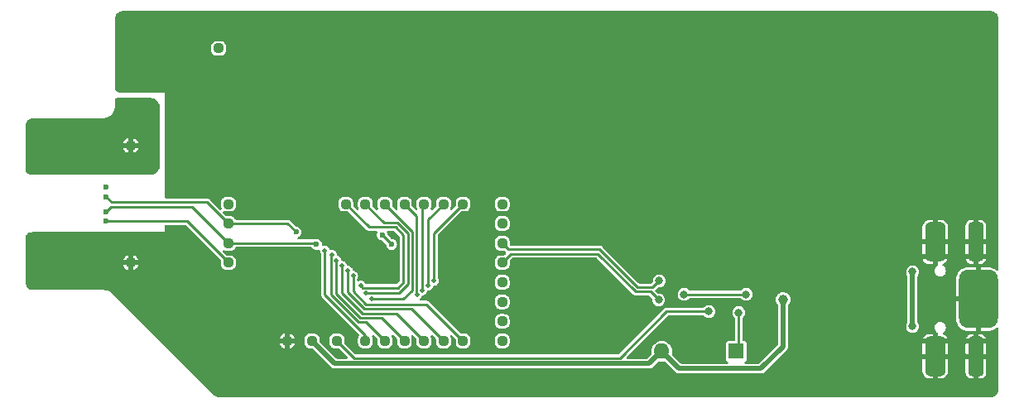
<source format=gbr>
%TF.GenerationSoftware,KiCad,Pcbnew,6.0.11+dfsg-1~bpo11+1*%
%TF.CreationDate,2024-03-25T23:47:07-04:00*%
%TF.ProjectId,Controller - ATTiny,436f6e74-726f-46c6-9c65-72202d204154,0.0.0*%
%TF.SameCoordinates,Original*%
%TF.FileFunction,Copper,L2,Bot*%
%TF.FilePolarity,Positive*%
%FSLAX46Y46*%
G04 Gerber Fmt 4.6, Leading zero omitted, Abs format (unit mm)*
G04 Created by KiCad (PCBNEW 6.0.11+dfsg-1~bpo11+1) date 2024-03-25 23:47:07*
%MOMM*%
%LPD*%
G01*
G04 APERTURE LIST*
G04 Aperture macros list*
%AMRoundRect*
0 Rectangle with rounded corners*
0 $1 Rounding radius*
0 $2 $3 $4 $5 $6 $7 $8 $9 X,Y pos of 4 corners*
0 Add a 4 corners polygon primitive as box body*
4,1,4,$2,$3,$4,$5,$6,$7,$8,$9,$2,$3,0*
0 Add four circle primitives for the rounded corners*
1,1,$1+$1,$2,$3*
1,1,$1+$1,$4,$5*
1,1,$1+$1,$6,$7*
1,1,$1+$1,$8,$9*
0 Add four rect primitives between the rounded corners*
20,1,$1+$1,$2,$3,$4,$5,0*
20,1,$1+$1,$4,$5,$6,$7,0*
20,1,$1+$1,$6,$7,$8,$9,0*
20,1,$1+$1,$8,$9,$2,$3,0*%
G04 Aperture macros list end*
%TA.AperFunction,ComponentPad*%
%ADD10RoundRect,0.330000X-0.170000X-0.170000X0.170000X-0.170000X0.170000X0.170000X-0.170000X0.170000X0*%
%TD*%
%TA.AperFunction,ComponentPad*%
%ADD11RoundRect,0.330000X0.170000X-0.170000X0.170000X0.170000X-0.170000X0.170000X-0.170000X-0.170000X0*%
%TD*%
%TA.AperFunction,ComponentPad*%
%ADD12R,1.600000X1.600000*%
%TD*%
%TA.AperFunction,ComponentPad*%
%ADD13O,1.600000X1.600000*%
%TD*%
%TA.AperFunction,SMDPad,CuDef*%
%ADD14RoundRect,0.525000X0.525000X-1.475000X0.525000X1.475000X-0.525000X1.475000X-0.525000X-1.475000X0*%
%TD*%
%TA.AperFunction,ComponentPad*%
%ADD15O,1.600000X1.000000*%
%TD*%
%TA.AperFunction,SMDPad,CuDef*%
%ADD16RoundRect,0.400000X0.400000X-1.600000X0.400000X1.600000X-0.400000X1.600000X-0.400000X-1.600000X0*%
%TD*%
%TA.AperFunction,ComponentPad*%
%ADD17O,2.100000X1.000000*%
%TD*%
%TA.AperFunction,ComponentPad*%
%ADD18RoundRect,1.000000X-1.000000X2.000000X-1.000000X-2.000000X1.000000X-2.000000X1.000000X2.000000X0*%
%TD*%
%TA.AperFunction,ViaPad*%
%ADD19C,0.600000*%
%TD*%
%TA.AperFunction,ViaPad*%
%ADD20C,1.000000*%
%TD*%
%TA.AperFunction,ViaPad*%
%ADD21C,0.800000*%
%TD*%
%TA.AperFunction,ViaPad*%
%ADD22C,1.600000*%
%TD*%
%TA.AperFunction,ViaPad*%
%ADD23C,0.500000*%
%TD*%
%TA.AperFunction,Conductor*%
%ADD24C,0.250000*%
%TD*%
%TA.AperFunction,Conductor*%
%ADD25C,0.500000*%
%TD*%
G04 APERTURE END LIST*
D10*
%TO.P,TPc1,1,1*%
%TO.N,PC1*%
X87000000Y-114000000D03*
%TD*%
%TO.P,TP3,1,1*%
%TO.N,Dat0*%
X71000000Y-106000000D03*
%TD*%
%TO.P,TP1,1,1*%
%TO.N,Vsrc*%
X61000000Y-94000000D03*
%TD*%
D11*
%TO.P,TPc4,1,1*%
%TO.N,PC4*%
X93000000Y-114000000D03*
%TD*%
D10*
%TO.P,TPb4,1,1*%
%TO.N,PB4*%
X99000000Y-108000000D03*
%TD*%
D11*
%TO.P,TPa2,1,1*%
%TO.N,PA2*%
X85000000Y-100000000D03*
%TD*%
%TO.P,TPc5,1,1*%
%TO.N,PC5*%
X95000000Y-114000000D03*
%TD*%
%TO.P,TPa4,1,1*%
%TO.N,PA4*%
X89000000Y-100000000D03*
%TD*%
%TO.P,TP9,1,1*%
%TO.N,GND*%
X77000000Y-114000000D03*
%TD*%
D12*
%TO.P,SW504,1*%
%TO.N,Net-(SW504-Pad1)*%
X122936000Y-115062000D03*
D13*
%TO.P,SW504,2*%
%TO.N,I2C-Vcc*%
X115316000Y-115062000D03*
%TD*%
D10*
%TO.P,TPb1,1,1*%
%TO.N,PB1*%
X99000000Y-102000000D03*
%TD*%
D11*
%TO.P,TPc2,1,1*%
%TO.N,PC2*%
X89000000Y-114000000D03*
%TD*%
%TO.P,TPa7,1,1*%
%TO.N,PA7*%
X95000000Y-100000000D03*
%TD*%
D10*
%TO.P,TPc0,1,1*%
%TO.N,PC0*%
X85000000Y-114000000D03*
%TD*%
%TO.P,TP2,1,1*%
%TO.N,Vin*%
X70000000Y-84074000D03*
%TD*%
%TO.P,TPb5,1,1*%
%TO.N,PB5*%
X99000000Y-110000000D03*
%TD*%
%TO.P,TP7,1,1*%
%TO.N,GND*%
X61000000Y-106000000D03*
%TD*%
D11*
%TO.P,TPa0,1,1*%
%TO.N,~{RESET}*%
X82080000Y-114000000D03*
%TD*%
%TO.P,TPa6,1,1*%
%TO.N,PA6*%
X93000000Y-100000000D03*
%TD*%
%TO.P,TPa1,1,1*%
%TO.N,PA1*%
X83000000Y-100000000D03*
%TD*%
D10*
%TO.P,TPb2,1,1*%
%TO.N,PB2*%
X99000000Y-104000000D03*
%TD*%
%TO.P,TP6,1,1*%
%TO.N,PB0*%
X71000000Y-104000000D03*
%TD*%
D11*
%TO.P,TP8,1,1*%
%TO.N,I2C-Vcc*%
X79540000Y-114000000D03*
%TD*%
%TO.P,TPa5,1,1*%
%TO.N,PA5*%
X91000000Y-100000000D03*
%TD*%
D10*
%TO.P,TPb7,1,1*%
%TO.N,PB7*%
X99000000Y-114000000D03*
%TD*%
%TO.P,TPb0,1,1*%
%TO.N,PB0*%
X99000000Y-100000000D03*
%TD*%
%TO.P,TPb3,1,1*%
%TO.N,PB3*%
X99000000Y-106000000D03*
%TD*%
D11*
%TO.P,TPc3,1,1*%
%TO.N,PC3*%
X91000000Y-114000000D03*
%TD*%
%TO.P,TPa3,1,1*%
%TO.N,PA3*%
X87000000Y-100000000D03*
%TD*%
D14*
%TO.P,J1,S1,SHIELD*%
%TO.N,GND*%
X143281795Y-115574965D03*
D15*
X147450000Y-105408000D03*
D16*
X147450000Y-115574965D03*
D17*
X143270000Y-114048000D03*
X143270000Y-105408000D03*
D16*
X147450000Y-103881035D03*
D14*
X143281795Y-103881035D03*
D15*
X147450000Y-114048000D03*
D18*
X147670000Y-109728000D03*
%TD*%
D10*
%TO.P,TP4,1,1*%
%TO.N,I2C-Vcc*%
X71000000Y-100000000D03*
%TD*%
%TO.P,TP5,1,1*%
%TO.N,PB1*%
X71000000Y-102000000D03*
%TD*%
%TO.P,TPb6,1,1*%
%TO.N,PB6*%
X99000000Y-112000000D03*
%TD*%
D19*
%TO.N,GND*%
X129540000Y-109728000D03*
X139446000Y-110744000D03*
X139446000Y-108712000D03*
D20*
%TO.N,I2C-Vcc*%
X127731000Y-109759000D03*
D21*
%TO.N,~{RESET}*%
X120142000Y-110998000D03*
%TO.N,RxD*%
X117602000Y-109223500D03*
X123956299Y-109224299D03*
%TO.N,PB3*%
X114991000Y-109799000D03*
D22*
%TO.N,GND*%
X102000000Y-114500000D03*
X102000000Y-98500000D03*
D21*
%TO.N,PB2*%
X115061184Y-107849000D03*
D22*
%TO.N,GND*%
X70040000Y-119000000D03*
X75000000Y-119000000D03*
D19*
X136398000Y-109728000D03*
D22*
X63000000Y-104000000D03*
X148500000Y-119000000D03*
D21*
X86602225Y-107596737D03*
X87366058Y-107010000D03*
D22*
X148500000Y-98500000D03*
D21*
X88062376Y-106383869D03*
D22*
X125000000Y-98500000D03*
X100000000Y-119000000D03*
X59000000Y-104000000D03*
D21*
X86614000Y-106372094D03*
X88003499Y-107643839D03*
D22*
X125000000Y-119000000D03*
D19*
%TO.N,Dat0*%
X58500000Y-101760000D03*
D23*
%TO.N,PA4*%
X90275494Y-109286500D03*
%TO.N,PA5*%
X90816265Y-108834500D03*
%TO.N,PA6*%
X91405346Y-108334500D03*
%TO.N,PA7*%
X92017250Y-107834500D03*
%TO.N,PA1*%
X84526000Y-108334500D03*
%TO.N,PA2*%
X85090000Y-109129500D03*
%TO.N,PA3*%
X85636000Y-109704000D03*
D19*
%TO.N,PB0*%
X80010000Y-104140000D03*
X58500000Y-100760000D03*
%TO.N,PB1*%
X86719221Y-103151601D03*
X58500000Y-99240000D03*
X87682777Y-104115157D03*
X77915000Y-102870000D03*
D23*
%TO.N,PC2*%
X82043020Y-105761020D03*
%TO.N,PC3*%
X82638000Y-106334500D03*
%TO.N,PC4*%
X83232000Y-106834500D03*
%TO.N,PC5*%
X83748000Y-107334500D03*
D22*
%TO.N,Vsrc*%
X63000000Y-96000000D03*
X59000000Y-96000000D03*
D21*
%TO.N,Vbus*%
X140970000Y-112522000D03*
X140970000Y-106934000D03*
D19*
%TO.N,I2C-Vcc*%
X58500000Y-98240000D03*
D23*
%TO.N,PC0*%
X80860520Y-104736520D03*
%TO.N,PC1*%
X81564520Y-105186520D03*
D21*
%TO.N,Net-(SW504-Pad1)*%
X123190000Y-111099000D03*
%TD*%
D24*
%TO.N,RxD*%
X123956299Y-109224299D02*
X117602799Y-109224299D01*
X117602799Y-109224299D02*
X117602000Y-109223500D01*
D25*
%TO.N,I2C-Vcc*%
X117094000Y-116840000D02*
X115316000Y-115062000D01*
X127731000Y-109759000D02*
X127731000Y-114585000D01*
X127731000Y-114585000D02*
X125476000Y-116840000D01*
X125476000Y-116840000D02*
X117094000Y-116840000D01*
D24*
%TO.N,~{RESET}*%
X120142000Y-110998000D02*
X115824000Y-110998000D01*
X83837000Y-115757000D02*
X82080000Y-114000000D01*
X115824000Y-110998000D02*
X111065000Y-115757000D01*
X111065000Y-115757000D02*
X83837000Y-115757000D01*
%TO.N,Net-(SW504-Pad1)*%
X123190000Y-111099000D02*
X123190000Y-114808000D01*
X123190000Y-114808000D02*
X122936000Y-115062000D01*
D25*
%TO.N,I2C-Vcc*%
X79540000Y-114000000D02*
X81872000Y-116332000D01*
X81872000Y-116332000D02*
X114046000Y-116332000D01*
X114046000Y-116332000D02*
X115316000Y-115062000D01*
D24*
%TO.N,PB2*%
X115061184Y-107849000D02*
X114394184Y-108516000D01*
X114394184Y-108516000D02*
X112834000Y-108516000D01*
X112834000Y-108516000D02*
X108966000Y-104648000D01*
X108966000Y-104648000D02*
X99648000Y-104648000D01*
X99648000Y-104648000D02*
X99000000Y-104000000D01*
%TO.N,PB3*%
X114991000Y-109799000D02*
X114158000Y-108966000D01*
X114158000Y-108966000D02*
X112647604Y-108966000D01*
X112647604Y-108966000D02*
X108779604Y-105098000D01*
X99902000Y-105098000D02*
X99000000Y-106000000D01*
X108779604Y-105098000D02*
X99902000Y-105098000D01*
%TO.N,Dat0*%
X66760000Y-101760000D02*
X58500000Y-101760000D01*
X71000000Y-106000000D02*
X66760000Y-101760000D01*
%TO.N,PA4*%
X90241265Y-109252271D02*
X90241265Y-101241265D01*
X90275494Y-109286500D02*
X90241265Y-109252271D01*
X90241265Y-101241265D02*
X89000000Y-100000000D01*
%TO.N,PA5*%
X90816265Y-108834500D02*
X90816265Y-100183735D01*
X90816265Y-100183735D02*
X91000000Y-100000000D01*
%TO.N,PA6*%
X91405346Y-108334500D02*
X91405346Y-101594654D01*
X91405346Y-101594654D02*
X93000000Y-100000000D01*
%TO.N,PA7*%
X92017250Y-107834500D02*
X92017250Y-102982750D01*
X92017250Y-102982750D02*
X95000000Y-100000000D01*
%TO.N,PA1*%
X88891265Y-103164057D02*
X88891265Y-108017604D01*
X84746500Y-108555000D02*
X84526000Y-108334500D01*
X85362000Y-102362000D02*
X88089208Y-102362000D01*
X88353869Y-108555000D02*
X84746500Y-108555000D01*
X88089208Y-102362000D02*
X88891265Y-103164057D01*
X88891265Y-108017604D02*
X88353869Y-108555000D01*
X83000000Y-100000000D02*
X85362000Y-102362000D01*
%TO.N,PA2*%
X89341265Y-108204000D02*
X88415765Y-109129500D01*
X89341265Y-102977661D02*
X89341265Y-108204000D01*
X88275604Y-101912000D02*
X89341265Y-102977661D01*
X85000000Y-100000000D02*
X86912000Y-101912000D01*
X88415765Y-109129500D02*
X85090000Y-109129500D01*
X86912000Y-101912000D02*
X88275604Y-101912000D01*
%TO.N,PA3*%
X88900000Y-109728000D02*
X89791265Y-108836735D01*
X89791265Y-102791265D02*
X87000000Y-100000000D01*
X85660000Y-109728000D02*
X88900000Y-109728000D01*
X85636000Y-109704000D02*
X85660000Y-109728000D01*
X89791265Y-108836735D02*
X89791265Y-102791265D01*
%TO.N,PB0*%
X58988000Y-100272000D02*
X58500000Y-100760000D01*
X79870000Y-104000000D02*
X71000000Y-104000000D01*
X80010000Y-104140000D02*
X79870000Y-104000000D01*
X67272000Y-100272000D02*
X58988000Y-100272000D01*
X71000000Y-104000000D02*
X67272000Y-100272000D01*
%TO.N,PB1*%
X59082000Y-99822000D02*
X63500000Y-99822000D01*
X77045000Y-102000000D02*
X71000000Y-102000000D01*
X77915000Y-102870000D02*
X77045000Y-102000000D01*
X71000000Y-102000000D02*
X68822000Y-99822000D01*
X68822000Y-99822000D02*
X63500000Y-99822000D01*
X58500000Y-99240000D02*
X59082000Y-99822000D01*
X86719221Y-103151601D02*
X87682777Y-104115157D01*
%TO.N,PC2*%
X86629000Y-111629000D02*
X84501812Y-111629000D01*
X84501812Y-111629000D02*
X82043020Y-109170208D01*
X89000000Y-114000000D02*
X86629000Y-111629000D01*
X82043020Y-109170208D02*
X82043020Y-105761020D01*
%TO.N,PC3*%
X84688208Y-111179000D02*
X82638000Y-109128792D01*
X88179000Y-111179000D02*
X84688208Y-111179000D01*
X91000000Y-114000000D02*
X88179000Y-111179000D01*
X82638000Y-109128792D02*
X82638000Y-106334500D01*
%TO.N,PC4*%
X89729000Y-110729000D02*
X84874604Y-110729000D01*
X83173000Y-106893500D02*
X83232000Y-106834500D01*
X83173000Y-109027396D02*
X83173000Y-106893500D01*
X84874604Y-110729000D02*
X83173000Y-109027396D01*
X93000000Y-114000000D02*
X89729000Y-110729000D01*
%TO.N,PC5*%
X83748000Y-108966000D02*
X83748000Y-107334500D01*
X85061000Y-110279000D02*
X83748000Y-108966000D01*
X91279000Y-110279000D02*
X85061000Y-110279000D01*
X95000000Y-114000000D02*
X91279000Y-110279000D01*
D25*
%TO.N,Vbus*%
X140970000Y-106934000D02*
X140970000Y-112522000D01*
D24*
%TO.N,PC0*%
X80860520Y-109260500D02*
X85000000Y-113399980D01*
X85000000Y-113399980D02*
X85000000Y-114000000D01*
X80860520Y-104736520D02*
X80860520Y-109260500D01*
%TO.N,PC1*%
X87000000Y-114000000D02*
X85079000Y-112079000D01*
X85079000Y-112079000D02*
X84315416Y-112079000D01*
X81468020Y-109231604D02*
X81468020Y-105283020D01*
X81468020Y-105283020D02*
X81564520Y-105186520D01*
X84315416Y-112079000D02*
X81468020Y-109231604D01*
%TD*%
%TA.AperFunction,Conductor*%
%TO.N,GND*%
G36*
X148987103Y-80256921D02*
G01*
X149000000Y-80259486D01*
X149012170Y-80257065D01*
X149019856Y-80257065D01*
X149032207Y-80257672D01*
X149133092Y-80267609D01*
X149157309Y-80272425D01*
X149273426Y-80307649D01*
X149296226Y-80317093D01*
X149403239Y-80374292D01*
X149423770Y-80388011D01*
X149517556Y-80464981D01*
X149535019Y-80482444D01*
X149611989Y-80576230D01*
X149625708Y-80596761D01*
X149682907Y-80703774D01*
X149692351Y-80726574D01*
X149727575Y-80842691D01*
X149732391Y-80866908D01*
X149742328Y-80967793D01*
X149742935Y-80980144D01*
X149742935Y-80987830D01*
X149740514Y-81000000D01*
X149742935Y-81012170D01*
X149743079Y-81012894D01*
X149745500Y-81037476D01*
X149745500Y-106725767D01*
X149725498Y-106793888D01*
X149671842Y-106840381D01*
X149601568Y-106850485D01*
X149536988Y-106820991D01*
X149530405Y-106814862D01*
X149481600Y-106766057D01*
X149473021Y-106758883D01*
X149298423Y-106637534D01*
X149288716Y-106631997D01*
X149095390Y-106543486D01*
X149084850Y-106539753D01*
X148878658Y-106486813D01*
X148868128Y-106485047D01*
X148734870Y-106474207D01*
X148729765Y-106474000D01*
X147942115Y-106474000D01*
X147926876Y-106478475D01*
X147925671Y-106479865D01*
X147924000Y-106487548D01*
X147924000Y-112963885D01*
X147928475Y-112979124D01*
X147929865Y-112980329D01*
X147937548Y-112982000D01*
X148729765Y-112982000D01*
X148734870Y-112981793D01*
X148868128Y-112970953D01*
X148878658Y-112969187D01*
X149084850Y-112916247D01*
X149095390Y-112912514D01*
X149288716Y-112824003D01*
X149298423Y-112818466D01*
X149473021Y-112697117D01*
X149481600Y-112689943D01*
X149530405Y-112641138D01*
X149592717Y-112607112D01*
X149663532Y-112612177D01*
X149720368Y-112654724D01*
X149745179Y-112721244D01*
X149745500Y-112730233D01*
X149745500Y-118962524D01*
X149743079Y-118987103D01*
X149740514Y-119000000D01*
X149742935Y-119012170D01*
X149742935Y-119019856D01*
X149742328Y-119032207D01*
X149732391Y-119133092D01*
X149727575Y-119157309D01*
X149692351Y-119273426D01*
X149682907Y-119296226D01*
X149625708Y-119403239D01*
X149611989Y-119423770D01*
X149535019Y-119517556D01*
X149517556Y-119535019D01*
X149423770Y-119611989D01*
X149403239Y-119625708D01*
X149296226Y-119682907D01*
X149273426Y-119692351D01*
X149157309Y-119727575D01*
X149133092Y-119732391D01*
X149032207Y-119742328D01*
X149019856Y-119742935D01*
X149012170Y-119742935D01*
X149000000Y-119740514D01*
X148987103Y-119743079D01*
X148962524Y-119745500D01*
X70180761Y-119745500D01*
X70156641Y-119743169D01*
X70143038Y-119740516D01*
X70130875Y-119742982D01*
X70118561Y-119743028D01*
X70107791Y-119742606D01*
X69971926Y-119731449D01*
X69950681Y-119727856D01*
X69841033Y-119699481D01*
X69794919Y-119687548D01*
X69774590Y-119680383D01*
X69653636Y-119625714D01*
X69627978Y-119614117D01*
X69609169Y-119603592D01*
X69476005Y-119513311D01*
X69459263Y-119499733D01*
X69361212Y-119405212D01*
X69354584Y-119396656D01*
X69353760Y-119397376D01*
X69345595Y-119388031D01*
X69339411Y-119377273D01*
X69318771Y-119361374D01*
X69306567Y-119350650D01*
X64227501Y-114271583D01*
X76254335Y-114271583D01*
X76259954Y-114314267D01*
X76264192Y-114330085D01*
X76316717Y-114456892D01*
X76324903Y-114471070D01*
X76408460Y-114579962D01*
X76420040Y-114591542D01*
X76528928Y-114675095D01*
X76543111Y-114683283D01*
X76669916Y-114735808D01*
X76685733Y-114740046D01*
X76728039Y-114745615D01*
X76742221Y-114743404D01*
X76746000Y-114730246D01*
X76746000Y-114729865D01*
X77254000Y-114729865D01*
X77258044Y-114743636D01*
X77271583Y-114745665D01*
X77314267Y-114740046D01*
X77330085Y-114735808D01*
X77456892Y-114683283D01*
X77471070Y-114675097D01*
X77579962Y-114591540D01*
X77591542Y-114579960D01*
X77675095Y-114471072D01*
X77683283Y-114456889D01*
X77735808Y-114330084D01*
X77740046Y-114314267D01*
X77745615Y-114271961D01*
X77743404Y-114257779D01*
X77730246Y-114254000D01*
X77272115Y-114254000D01*
X77256876Y-114258475D01*
X77255671Y-114259865D01*
X77254000Y-114267548D01*
X77254000Y-114729865D01*
X76746000Y-114729865D01*
X76746000Y-114272115D01*
X76741525Y-114256876D01*
X76740135Y-114255671D01*
X76732452Y-114254000D01*
X76270135Y-114254000D01*
X76256364Y-114258044D01*
X76254335Y-114271583D01*
X64227501Y-114271583D01*
X63747605Y-113791687D01*
X78785500Y-113791687D01*
X78785501Y-114208312D01*
X78786039Y-114212396D01*
X78786039Y-114212402D01*
X78799449Y-114314267D01*
X78800544Y-114322585D01*
X78859440Y-114464772D01*
X78953129Y-114586871D01*
X79075228Y-114680560D01*
X79155247Y-114713705D01*
X79204287Y-114734018D01*
X79217415Y-114739456D01*
X79225603Y-114740534D01*
X79327599Y-114753962D01*
X79327602Y-114753962D01*
X79331687Y-114754500D01*
X79349938Y-114754500D01*
X79528838Y-114754499D01*
X79596958Y-114774501D01*
X79617933Y-114791404D01*
X81465323Y-116638794D01*
X81472865Y-116648234D01*
X81473245Y-116647911D01*
X81479063Y-116654747D01*
X81483853Y-116662339D01*
X81490581Y-116668281D01*
X81523859Y-116697671D01*
X81529546Y-116703017D01*
X81540880Y-116714351D01*
X81544463Y-116717036D01*
X81544465Y-116717038D01*
X81549155Y-116720553D01*
X81556998Y-116726938D01*
X81592170Y-116758001D01*
X81600292Y-116761814D01*
X81603093Y-116763654D01*
X81617088Y-116772063D01*
X81620051Y-116773685D01*
X81627236Y-116779070D01*
X81635646Y-116782223D01*
X81635648Y-116782224D01*
X81671182Y-116795546D01*
X81680495Y-116799470D01*
X81722982Y-116819417D01*
X81731856Y-116820799D01*
X81735083Y-116821785D01*
X81750866Y-116825925D01*
X81754144Y-116826646D01*
X81762552Y-116829798D01*
X81776309Y-116830820D01*
X81809357Y-116833276D01*
X81819404Y-116834430D01*
X81827886Y-116835751D01*
X81827889Y-116835751D01*
X81832697Y-116836500D01*
X81848062Y-116836500D01*
X81857400Y-116836846D01*
X81906667Y-116840507D01*
X81915442Y-116838634D01*
X81924138Y-116838041D01*
X81938738Y-116836500D01*
X113975376Y-116836500D01*
X113987381Y-116837841D01*
X113987421Y-116837345D01*
X113996368Y-116838065D01*
X114005124Y-116840046D01*
X114058382Y-116836742D01*
X114066184Y-116836500D01*
X114082226Y-116836500D01*
X114086657Y-116835865D01*
X114086662Y-116835865D01*
X114090687Y-116835288D01*
X114092457Y-116835035D01*
X114102514Y-116834004D01*
X114124976Y-116832611D01*
X114140400Y-116831654D01*
X114140402Y-116831654D01*
X114149359Y-116831098D01*
X114157799Y-116828051D01*
X114161089Y-116827370D01*
X114176938Y-116823418D01*
X114180168Y-116822473D01*
X114189052Y-116821201D01*
X114231763Y-116801782D01*
X114241128Y-116797970D01*
X114276837Y-116785078D01*
X114276840Y-116785076D01*
X114285284Y-116782028D01*
X114292533Y-116776732D01*
X114295490Y-116775160D01*
X114309614Y-116766907D01*
X114312437Y-116765102D01*
X114320605Y-116761388D01*
X114327402Y-116755531D01*
X114327404Y-116755530D01*
X114356153Y-116730757D01*
X114364064Y-116724475D01*
X114374944Y-116716527D01*
X114385806Y-116705665D01*
X114392653Y-116699307D01*
X114423282Y-116672915D01*
X114430082Y-116667056D01*
X114434966Y-116659521D01*
X114440699Y-116652949D01*
X114449926Y-116641545D01*
X114963233Y-116128238D01*
X115025545Y-116094212D01*
X115079383Y-116094272D01*
X115082612Y-116094982D01*
X115088466Y-116096884D01*
X115293809Y-116121370D01*
X115299944Y-116120898D01*
X115299946Y-116120898D01*
X115493857Y-116105977D01*
X115493862Y-116105976D01*
X115499998Y-116105504D01*
X115513501Y-116101734D01*
X115543245Y-116093430D01*
X115614236Y-116094377D01*
X115666223Y-116125694D01*
X116687323Y-117146794D01*
X116694865Y-117156234D01*
X116695245Y-117155911D01*
X116701063Y-117162747D01*
X116705853Y-117170339D01*
X116712581Y-117176281D01*
X116745859Y-117205671D01*
X116751546Y-117211017D01*
X116762880Y-117222351D01*
X116766466Y-117225038D01*
X116766471Y-117225043D01*
X116771159Y-117228557D01*
X116778997Y-117234938D01*
X116788660Y-117243472D01*
X116814170Y-117266001D01*
X116822295Y-117269816D01*
X116825116Y-117271669D01*
X116839112Y-117280077D01*
X116842050Y-117281686D01*
X116849236Y-117287071D01*
X116857641Y-117290222D01*
X116857643Y-117290223D01*
X116893178Y-117303544D01*
X116902492Y-117307468D01*
X116944982Y-117327417D01*
X116953853Y-117328798D01*
X116957075Y-117329783D01*
X116972858Y-117333923D01*
X116976142Y-117334645D01*
X116984552Y-117337798D01*
X117031357Y-117341276D01*
X117041397Y-117342429D01*
X117047666Y-117343405D01*
X117049886Y-117343751D01*
X117049887Y-117343751D01*
X117054697Y-117344500D01*
X117070066Y-117344500D01*
X117079404Y-117344847D01*
X117119716Y-117347843D01*
X117119717Y-117347843D01*
X117128667Y-117348508D01*
X117137442Y-117346635D01*
X117146126Y-117346043D01*
X117160742Y-117344500D01*
X125405376Y-117344500D01*
X125417381Y-117345841D01*
X125417421Y-117345345D01*
X125426368Y-117346065D01*
X125435124Y-117348046D01*
X125488382Y-117344742D01*
X125496184Y-117344500D01*
X125512226Y-117344500D01*
X125516657Y-117343865D01*
X125516662Y-117343865D01*
X125520687Y-117343288D01*
X125522457Y-117343035D01*
X125532514Y-117342004D01*
X125554976Y-117340611D01*
X125570400Y-117339654D01*
X125570402Y-117339654D01*
X125579359Y-117339098D01*
X125587799Y-117336051D01*
X125591089Y-117335370D01*
X125606938Y-117331418D01*
X125610168Y-117330473D01*
X125619052Y-117329201D01*
X125631367Y-117323602D01*
X125661763Y-117309782D01*
X125671128Y-117305970D01*
X125706837Y-117293078D01*
X125706840Y-117293076D01*
X125715284Y-117290028D01*
X125722533Y-117284732D01*
X125725490Y-117283160D01*
X125739614Y-117274907D01*
X125742437Y-117273102D01*
X125750605Y-117269388D01*
X125757402Y-117263531D01*
X125757404Y-117263530D01*
X125786153Y-117238757D01*
X125794064Y-117232475D01*
X125804944Y-117224527D01*
X125815806Y-117213665D01*
X125822653Y-117207307D01*
X125853282Y-117180915D01*
X125860082Y-117175056D01*
X125864966Y-117167521D01*
X125870699Y-117160949D01*
X125879926Y-117149545D01*
X125895813Y-117133658D01*
X141977796Y-117133658D01*
X141977845Y-117135364D01*
X141979263Y-117145273D01*
X142015791Y-117303493D01*
X142020441Y-117316698D01*
X142090376Y-117461364D01*
X142097833Y-117473206D01*
X142198080Y-117598784D01*
X142207976Y-117608680D01*
X142333554Y-117708927D01*
X142345396Y-117716384D01*
X142490062Y-117786319D01*
X142503267Y-117790969D01*
X142661495Y-117827499D01*
X142671380Y-117828915D01*
X142673132Y-117828965D01*
X143009680Y-117828965D01*
X143024919Y-117824490D01*
X143026124Y-117823100D01*
X143027795Y-117815417D01*
X143027795Y-117810849D01*
X143535795Y-117810849D01*
X143540270Y-117826088D01*
X143541660Y-117827293D01*
X143549343Y-117828964D01*
X143890488Y-117828964D01*
X143892194Y-117828915D01*
X143902103Y-117827497D01*
X144060323Y-117790969D01*
X144073528Y-117786319D01*
X144218194Y-117716384D01*
X144230036Y-117708927D01*
X144355614Y-117608680D01*
X144365510Y-117598784D01*
X144465757Y-117473206D01*
X144473214Y-117461364D01*
X144543149Y-117316698D01*
X144547799Y-117303493D01*
X144562795Y-117238537D01*
X146396001Y-117238537D01*
X146396195Y-117243472D01*
X146398413Y-117271668D01*
X146400714Y-117284269D01*
X146442806Y-117429151D01*
X146449053Y-117443587D01*
X146525097Y-117572171D01*
X146534737Y-117584598D01*
X146640367Y-117690228D01*
X146652794Y-117699868D01*
X146781378Y-117775912D01*
X146795814Y-117782159D01*
X146940702Y-117824252D01*
X146953289Y-117826552D01*
X146981499Y-117828772D01*
X146986424Y-117828965D01*
X147177885Y-117828965D01*
X147193124Y-117824490D01*
X147194329Y-117823100D01*
X147196000Y-117815417D01*
X147196000Y-117810849D01*
X147704000Y-117810849D01*
X147708475Y-117826088D01*
X147709865Y-117827293D01*
X147717548Y-117828964D01*
X147913572Y-117828964D01*
X147918507Y-117828770D01*
X147946703Y-117826552D01*
X147959304Y-117824251D01*
X148104186Y-117782159D01*
X148118622Y-117775912D01*
X148247206Y-117699868D01*
X148259633Y-117690228D01*
X148365263Y-117584598D01*
X148374903Y-117572171D01*
X148450947Y-117443587D01*
X148457194Y-117429151D01*
X148499287Y-117284263D01*
X148501587Y-117271676D01*
X148503807Y-117243466D01*
X148504000Y-117238541D01*
X148504000Y-115847080D01*
X148499525Y-115831841D01*
X148498135Y-115830636D01*
X148490452Y-115828965D01*
X147722115Y-115828965D01*
X147706876Y-115833440D01*
X147705671Y-115834830D01*
X147704000Y-115842513D01*
X147704000Y-117810849D01*
X147196000Y-117810849D01*
X147196000Y-115847080D01*
X147191525Y-115831841D01*
X147190135Y-115830636D01*
X147182452Y-115828965D01*
X146414116Y-115828965D01*
X146398877Y-115833440D01*
X146397672Y-115834830D01*
X146396001Y-115842513D01*
X146396001Y-117238537D01*
X144562795Y-117238537D01*
X144584329Y-117145265D01*
X144585745Y-117135380D01*
X144585795Y-117133628D01*
X144585795Y-115847080D01*
X144581320Y-115831841D01*
X144579930Y-115830636D01*
X144572247Y-115828965D01*
X143553910Y-115828965D01*
X143538671Y-115833440D01*
X143537466Y-115834830D01*
X143535795Y-115842513D01*
X143535795Y-117810849D01*
X143027795Y-117810849D01*
X143027795Y-115847080D01*
X143023320Y-115831841D01*
X143021930Y-115830636D01*
X143014247Y-115828965D01*
X141995911Y-115828965D01*
X141980672Y-115833440D01*
X141979467Y-115834830D01*
X141977796Y-115842513D01*
X141977796Y-117133658D01*
X125895813Y-117133658D01*
X127726620Y-115302850D01*
X141977795Y-115302850D01*
X141982270Y-115318089D01*
X141983660Y-115319294D01*
X141991343Y-115320965D01*
X143009680Y-115320965D01*
X143024919Y-115316490D01*
X143026124Y-115315100D01*
X143027795Y-115307417D01*
X143027795Y-115302850D01*
X143535795Y-115302850D01*
X143540270Y-115318089D01*
X143541660Y-115319294D01*
X143549343Y-115320965D01*
X144567679Y-115320965D01*
X144582918Y-115316490D01*
X144584123Y-115315100D01*
X144585794Y-115307417D01*
X144585794Y-115302850D01*
X146396000Y-115302850D01*
X146400475Y-115318089D01*
X146401865Y-115319294D01*
X146409548Y-115320965D01*
X147177885Y-115320965D01*
X147193124Y-115316490D01*
X147194329Y-115315100D01*
X147196000Y-115307417D01*
X147196000Y-115302850D01*
X147704000Y-115302850D01*
X147708475Y-115318089D01*
X147709865Y-115319294D01*
X147717548Y-115320965D01*
X148485884Y-115320965D01*
X148501123Y-115316490D01*
X148502328Y-115315100D01*
X148503999Y-115307417D01*
X148503999Y-114320115D01*
X148499524Y-114304876D01*
X148498134Y-114303671D01*
X148490451Y-114302000D01*
X147722115Y-114302000D01*
X147706876Y-114306475D01*
X147705671Y-114307865D01*
X147704000Y-114315548D01*
X147704000Y-115302850D01*
X147196000Y-115302850D01*
X147196000Y-114320115D01*
X147191525Y-114304876D01*
X147190135Y-114303671D01*
X147182452Y-114302000D01*
X146414115Y-114302000D01*
X146398876Y-114306475D01*
X146397671Y-114307865D01*
X146396000Y-114315548D01*
X146396000Y-115302850D01*
X144585794Y-115302850D01*
X144585794Y-114320115D01*
X144581319Y-114304876D01*
X144579929Y-114303671D01*
X144572246Y-114302000D01*
X143553910Y-114302000D01*
X143538671Y-114306475D01*
X143537466Y-114307865D01*
X143535795Y-114315548D01*
X143535795Y-115302850D01*
X143027795Y-115302850D01*
X143027795Y-114860115D01*
X143021104Y-114837328D01*
X143016000Y-114801830D01*
X143016000Y-114320115D01*
X143011525Y-114304876D01*
X143010135Y-114303671D01*
X143002452Y-114302000D01*
X141995910Y-114302000D01*
X141980671Y-114306475D01*
X141979466Y-114307865D01*
X141977795Y-114315548D01*
X141977795Y-115302850D01*
X127726620Y-115302850D01*
X128037792Y-114991678D01*
X128047235Y-114984133D01*
X128046912Y-114983754D01*
X128053745Y-114977938D01*
X128061339Y-114973147D01*
X128067283Y-114966417D01*
X128067285Y-114966415D01*
X128096678Y-114933134D01*
X128102024Y-114927446D01*
X128113351Y-114916119D01*
X128119550Y-114907848D01*
X128125937Y-114900003D01*
X128151057Y-114871560D01*
X128157001Y-114864830D01*
X128160816Y-114856703D01*
X128162669Y-114853883D01*
X128171067Y-114839906D01*
X128172686Y-114836949D01*
X128178071Y-114829764D01*
X128181225Y-114821352D01*
X128194551Y-114785807D01*
X128198476Y-114776491D01*
X128209054Y-114753961D01*
X128218417Y-114734018D01*
X128219798Y-114725146D01*
X128220786Y-114721916D01*
X128224924Y-114706145D01*
X128225647Y-114702856D01*
X128228799Y-114694448D01*
X128232277Y-114647641D01*
X128233431Y-114637593D01*
X128234750Y-114629120D01*
X128234750Y-114629119D01*
X128235500Y-114624303D01*
X128235500Y-114608951D01*
X128235846Y-114599614D01*
X128238843Y-114559281D01*
X128239508Y-114550333D01*
X128237634Y-114541556D01*
X128237042Y-114532867D01*
X128235500Y-114518258D01*
X128235500Y-113790764D01*
X142014209Y-113790764D01*
X142021139Y-113794000D01*
X142997885Y-113794000D01*
X143013124Y-113789525D01*
X143014329Y-113788135D01*
X143016000Y-113780452D01*
X143016000Y-113312115D01*
X143011525Y-113296876D01*
X143010135Y-113295671D01*
X143002452Y-113294000D01*
X142679637Y-113294000D01*
X142672333Y-113294425D01*
X142552634Y-113308380D01*
X142538481Y-113311725D01*
X142386970Y-113366721D01*
X142373971Y-113373231D01*
X142239174Y-113461608D01*
X142228022Y-113470932D01*
X142117172Y-113587947D01*
X142108460Y-113599592D01*
X142027506Y-113738966D01*
X142021706Y-113752304D01*
X142014329Y-113776662D01*
X142014209Y-113790764D01*
X128235500Y-113790764D01*
X128235500Y-112515096D01*
X140310729Y-112515096D01*
X140317930Y-112580321D01*
X140326145Y-112654724D01*
X140328113Y-112672553D01*
X140330723Y-112679684D01*
X140330723Y-112679686D01*
X140363510Y-112769280D01*
X140382553Y-112821319D01*
X140386789Y-112827622D01*
X140386789Y-112827623D01*
X140443834Y-112912514D01*
X140470908Y-112952805D01*
X140476527Y-112957918D01*
X140476528Y-112957919D01*
X140502993Y-112982000D01*
X140588076Y-113059419D01*
X140727293Y-113135008D01*
X140880522Y-113175207D01*
X140964477Y-113176526D01*
X141031319Y-113177576D01*
X141031322Y-113177576D01*
X141038916Y-113177695D01*
X141193332Y-113142329D01*
X141284714Y-113096369D01*
X141328072Y-113074563D01*
X141328075Y-113074561D01*
X141334855Y-113071151D01*
X141340626Y-113066222D01*
X141340629Y-113066220D01*
X141449536Y-112973204D01*
X141449536Y-112973203D01*
X141455314Y-112968269D01*
X141547755Y-112839624D01*
X141606842Y-112692641D01*
X141617464Y-112618000D01*
X143215500Y-112618000D01*
X143235416Y-112769280D01*
X143293808Y-112910250D01*
X143386696Y-113031304D01*
X143393242Y-113036327D01*
X143507750Y-113124192D01*
X143506240Y-113126160D01*
X143546569Y-113168450D01*
X143560010Y-113238163D01*
X143541469Y-113281465D01*
X143535795Y-113307548D01*
X143535795Y-113775885D01*
X143540270Y-113791124D01*
X143541660Y-113792329D01*
X143549343Y-113794000D01*
X144513254Y-113794000D01*
X144526785Y-113790027D01*
X144527516Y-113784944D01*
X144523967Y-113776604D01*
X146426588Y-113776604D01*
X146426628Y-113790705D01*
X146433898Y-113794000D01*
X147177885Y-113794000D01*
X147193124Y-113789525D01*
X147194329Y-113788135D01*
X147196000Y-113780452D01*
X147196000Y-113775885D01*
X147704000Y-113775885D01*
X147708475Y-113791124D01*
X147709865Y-113792329D01*
X147717548Y-113794000D01*
X148460351Y-113794000D01*
X148473882Y-113790027D01*
X148475017Y-113782129D01*
X148457193Y-113720778D01*
X148450948Y-113706345D01*
X148374903Y-113577759D01*
X148365263Y-113565332D01*
X148259633Y-113459702D01*
X148247206Y-113450062D01*
X148118622Y-113374018D01*
X148104187Y-113367772D01*
X148050047Y-113352042D01*
X148027905Y-113343264D01*
X148021139Y-113339809D01*
X148007500Y-113334737D01*
X147849284Y-113296023D01*
X147838225Y-113294340D01*
X147834679Y-113294120D01*
X147830801Y-113294000D01*
X147722115Y-113294000D01*
X147706876Y-113298475D01*
X147705671Y-113299865D01*
X147704000Y-113307548D01*
X147704000Y-113775885D01*
X147196000Y-113775885D01*
X147196000Y-113312115D01*
X147191525Y-113296876D01*
X147190135Y-113295671D01*
X147182452Y-113294000D01*
X147109637Y-113294000D01*
X147102333Y-113294425D01*
X146982634Y-113308380D01*
X146968481Y-113311726D01*
X146891183Y-113339783D01*
X146883345Y-113342341D01*
X146795814Y-113367771D01*
X146781378Y-113374018D01*
X146652794Y-113450062D01*
X146640367Y-113459702D01*
X146534737Y-113565332D01*
X146525097Y-113577759D01*
X146449052Y-113706345D01*
X146442807Y-113720778D01*
X146426588Y-113776604D01*
X144523967Y-113776604D01*
X144482271Y-113678612D01*
X144475071Y-113665988D01*
X144379533Y-113536167D01*
X144369619Y-113525536D01*
X144246775Y-113421172D01*
X144234686Y-113413109D01*
X144098865Y-113343755D01*
X144047292Y-113294961D01*
X144030286Y-113226032D01*
X144053246Y-113158850D01*
X144090370Y-113124971D01*
X144092250Y-113124192D01*
X144213304Y-113031304D01*
X144306192Y-112910250D01*
X144364584Y-112769280D01*
X144384500Y-112618000D01*
X144364584Y-112466720D01*
X144306192Y-112325750D01*
X144219217Y-112212402D01*
X144218327Y-112211242D01*
X144213304Y-112204696D01*
X144092250Y-112111808D01*
X143951280Y-112053416D01*
X143943092Y-112052338D01*
X143842067Y-112039038D01*
X143842066Y-112039038D01*
X143837980Y-112038500D01*
X143762020Y-112038500D01*
X143757934Y-112039038D01*
X143757933Y-112039038D01*
X143656908Y-112052338D01*
X143648720Y-112053416D01*
X143507750Y-112111808D01*
X143386696Y-112204696D01*
X143381673Y-112211242D01*
X143380783Y-112212402D01*
X143293808Y-112325750D01*
X143235416Y-112466720D01*
X143215500Y-112618000D01*
X141617464Y-112618000D01*
X141619014Y-112607112D01*
X141628581Y-112539891D01*
X141628581Y-112539888D01*
X141629162Y-112535807D01*
X141629307Y-112522000D01*
X141610276Y-112364733D01*
X141554280Y-112216546D01*
X141496660Y-112132708D01*
X141474500Y-112061341D01*
X141474500Y-111787765D01*
X145416000Y-111787765D01*
X145416207Y-111792870D01*
X145427047Y-111926128D01*
X145428813Y-111936658D01*
X145481753Y-112142850D01*
X145485486Y-112153390D01*
X145573997Y-112346716D01*
X145579534Y-112356423D01*
X145700883Y-112531021D01*
X145708057Y-112539600D01*
X145858400Y-112689943D01*
X145866979Y-112697117D01*
X146041577Y-112818466D01*
X146051284Y-112824003D01*
X146244610Y-112912514D01*
X146255150Y-112916247D01*
X146461342Y-112969187D01*
X146471872Y-112970953D01*
X146605130Y-112981793D01*
X146610235Y-112982000D01*
X147397885Y-112982000D01*
X147413124Y-112977525D01*
X147414329Y-112976135D01*
X147416000Y-112968452D01*
X147416000Y-110000115D01*
X147411525Y-109984876D01*
X147410135Y-109983671D01*
X147402452Y-109982000D01*
X145434115Y-109982000D01*
X145418876Y-109986475D01*
X145417671Y-109987865D01*
X145416000Y-109995548D01*
X145416000Y-111787765D01*
X141474500Y-111787765D01*
X141474500Y-109455885D01*
X145416000Y-109455885D01*
X145420475Y-109471124D01*
X145421865Y-109472329D01*
X145429548Y-109474000D01*
X147397885Y-109474000D01*
X147413124Y-109469525D01*
X147414329Y-109468135D01*
X147416000Y-109460452D01*
X147416000Y-106492115D01*
X147411525Y-106476876D01*
X147410135Y-106475671D01*
X147402452Y-106474000D01*
X146610235Y-106474000D01*
X146605130Y-106474207D01*
X146471872Y-106485047D01*
X146461342Y-106486813D01*
X146255150Y-106539753D01*
X146244610Y-106543486D01*
X146051284Y-106631997D01*
X146041577Y-106637534D01*
X145866979Y-106758883D01*
X145858400Y-106766057D01*
X145708057Y-106916400D01*
X145700883Y-106924979D01*
X145579534Y-107099577D01*
X145573997Y-107109284D01*
X145485486Y-107302610D01*
X145481753Y-107313150D01*
X145428813Y-107519342D01*
X145427047Y-107529872D01*
X145416207Y-107663130D01*
X145416000Y-107668235D01*
X145416000Y-109455885D01*
X141474500Y-109455885D01*
X141474500Y-107394144D01*
X141498176Y-107320620D01*
X141547755Y-107251624D01*
X141606842Y-107104641D01*
X141629162Y-106947807D01*
X141629307Y-106934000D01*
X141617690Y-106838000D01*
X143215500Y-106838000D01*
X143235416Y-106989280D01*
X143293808Y-107130250D01*
X143298835Y-107136801D01*
X143367422Y-107226185D01*
X143386696Y-107251304D01*
X143507750Y-107344192D01*
X143648720Y-107402584D01*
X143656908Y-107403662D01*
X143727778Y-107412992D01*
X143762020Y-107417500D01*
X143837980Y-107417500D01*
X143872223Y-107412992D01*
X143943092Y-107403662D01*
X143951280Y-107402584D01*
X144092250Y-107344192D01*
X144213304Y-107251304D01*
X144232579Y-107226185D01*
X144301165Y-107136801D01*
X144306192Y-107130250D01*
X144364584Y-106989280D01*
X144384500Y-106838000D01*
X144364584Y-106686720D01*
X144306192Y-106545750D01*
X144213304Y-106424696D01*
X144092250Y-106331808D01*
X144089172Y-106330533D01*
X144041752Y-106280803D01*
X144028314Y-106211090D01*
X144054699Y-106145178D01*
X144110752Y-106104625D01*
X144153033Y-106089278D01*
X144166029Y-106082769D01*
X144300826Y-105994392D01*
X144311978Y-105985068D01*
X144422828Y-105868053D01*
X144431540Y-105856408D01*
X144512494Y-105717034D01*
X144518294Y-105703696D01*
X144525671Y-105679338D01*
X144525718Y-105673871D01*
X146424983Y-105673871D01*
X146442807Y-105735222D01*
X146449052Y-105749655D01*
X146525097Y-105878241D01*
X146534737Y-105890668D01*
X146640367Y-105996298D01*
X146652794Y-106005938D01*
X146781378Y-106081982D01*
X146795813Y-106088228D01*
X146849953Y-106103958D01*
X146872095Y-106112736D01*
X146878861Y-106116191D01*
X146892500Y-106121263D01*
X147050716Y-106159977D01*
X147061775Y-106161660D01*
X147065321Y-106161880D01*
X147069199Y-106162000D01*
X147177885Y-106162000D01*
X147193124Y-106157525D01*
X147194329Y-106156135D01*
X147196000Y-106148452D01*
X147196000Y-106143885D01*
X147704000Y-106143885D01*
X147708475Y-106159124D01*
X147709865Y-106160329D01*
X147717548Y-106162000D01*
X147790363Y-106162000D01*
X147797667Y-106161575D01*
X147917366Y-106147620D01*
X147931519Y-106144274D01*
X148008817Y-106116217D01*
X148016655Y-106113659D01*
X148104186Y-106088229D01*
X148118622Y-106081982D01*
X148247206Y-106005938D01*
X148259633Y-105996298D01*
X148365263Y-105890668D01*
X148374903Y-105878241D01*
X148450948Y-105749655D01*
X148457193Y-105735222D01*
X148473412Y-105679396D01*
X148473372Y-105665295D01*
X148466102Y-105662000D01*
X147722115Y-105662000D01*
X147706876Y-105666475D01*
X147705671Y-105667865D01*
X147704000Y-105675548D01*
X147704000Y-106143885D01*
X147196000Y-106143885D01*
X147196000Y-105680115D01*
X147191525Y-105664876D01*
X147190135Y-105663671D01*
X147182452Y-105662000D01*
X146439649Y-105662000D01*
X146426118Y-105665973D01*
X146424983Y-105673871D01*
X144525718Y-105673871D01*
X144525791Y-105665236D01*
X144518861Y-105662000D01*
X143553910Y-105662000D01*
X143538671Y-105666475D01*
X143537466Y-105667865D01*
X143535795Y-105675548D01*
X143535795Y-106143885D01*
X143550062Y-106192474D01*
X143552386Y-106196090D01*
X143552386Y-106267087D01*
X143514002Y-106326813D01*
X143507483Y-106331460D01*
X143507750Y-106331808D01*
X143386696Y-106424696D01*
X143293808Y-106545750D01*
X143235416Y-106686720D01*
X143215500Y-106838000D01*
X141617690Y-106838000D01*
X141610276Y-106776733D01*
X141554280Y-106628546D01*
X141520888Y-106579960D01*
X141468855Y-106504251D01*
X141468854Y-106504249D01*
X141464553Y-106497992D01*
X141434624Y-106471326D01*
X141389634Y-106431242D01*
X141346275Y-106392611D01*
X141338889Y-106388700D01*
X141233656Y-106332982D01*
X141206274Y-106318484D01*
X141052633Y-106279892D01*
X141045034Y-106279852D01*
X141045033Y-106279852D01*
X140979181Y-106279507D01*
X140894221Y-106279062D01*
X140886841Y-106280834D01*
X140886839Y-106280834D01*
X140747563Y-106314271D01*
X140747560Y-106314272D01*
X140740184Y-106316043D01*
X140599414Y-106388700D01*
X140480039Y-106492838D01*
X140388950Y-106622444D01*
X140365230Y-106683283D01*
X140335755Y-106758883D01*
X140331406Y-106770037D01*
X140330414Y-106777570D01*
X140330414Y-106777571D01*
X140317364Y-106876700D01*
X140310729Y-106927096D01*
X140318437Y-106996909D01*
X140325391Y-107059895D01*
X140328113Y-107084553D01*
X140330723Y-107091684D01*
X140330723Y-107091686D01*
X140370483Y-107200335D01*
X140382553Y-107233319D01*
X140386789Y-107239622D01*
X140386789Y-107239623D01*
X140444082Y-107324884D01*
X140465500Y-107395160D01*
X140465500Y-112061676D01*
X140442587Y-112134126D01*
X140388950Y-112210444D01*
X140386190Y-112217524D01*
X140342254Y-112330214D01*
X140331406Y-112358037D01*
X140330414Y-112365570D01*
X140330414Y-112365571D01*
X140316020Y-112474908D01*
X140310729Y-112515096D01*
X128235500Y-112515096D01*
X128235500Y-110374513D01*
X128255502Y-110306392D01*
X128274609Y-110283267D01*
X128307531Y-110251916D01*
X128307534Y-110251912D01*
X128312638Y-110247052D01*
X128324097Y-110229805D01*
X128402410Y-110111935D01*
X128402411Y-110111933D01*
X128406311Y-110106063D01*
X128466420Y-109947824D01*
X128481515Y-109840416D01*
X128489427Y-109784123D01*
X128489427Y-109784118D01*
X128489978Y-109780200D01*
X128490152Y-109767720D01*
X128490219Y-109762962D01*
X128490219Y-109762957D01*
X128490274Y-109759000D01*
X128481907Y-109684405D01*
X128472191Y-109597780D01*
X128472190Y-109597777D01*
X128471406Y-109590784D01*
X128415738Y-109430929D01*
X128326038Y-109287379D01*
X128288597Y-109249675D01*
X128245801Y-109206580D01*
X128206764Y-109167269D01*
X128170272Y-109144110D01*
X128138192Y-109123752D01*
X128063844Y-109076569D01*
X128017116Y-109059930D01*
X127911016Y-109022149D01*
X127911011Y-109022148D01*
X127904381Y-109019787D01*
X127897395Y-109018954D01*
X127897391Y-109018953D01*
X127778287Y-109004751D01*
X127736301Y-108999745D01*
X127729298Y-109000481D01*
X127729297Y-109000481D01*
X127574965Y-109016701D01*
X127574961Y-109016702D01*
X127567957Y-109017438D01*
X127561286Y-109019709D01*
X127414387Y-109069717D01*
X127414384Y-109069718D01*
X127407717Y-109071988D01*
X127401719Y-109075678D01*
X127401717Y-109075679D01*
X127269543Y-109156993D01*
X127269541Y-109156995D01*
X127263544Y-109160684D01*
X127206838Y-109216215D01*
X127152335Y-109269589D01*
X127142605Y-109279117D01*
X127138794Y-109285031D01*
X127138792Y-109285033D01*
X127101828Y-109342390D01*
X127050909Y-109421400D01*
X127047441Y-109430929D01*
X126995425Y-109573840D01*
X126995424Y-109573845D01*
X126993015Y-109580463D01*
X126971800Y-109748399D01*
X126988318Y-109916862D01*
X127041748Y-110077479D01*
X127045397Y-110083504D01*
X127123461Y-110212402D01*
X127129435Y-110222267D01*
X127134326Y-110227332D01*
X127134327Y-110227333D01*
X127191137Y-110286161D01*
X127224069Y-110349057D01*
X127226500Y-110373688D01*
X127226500Y-114323839D01*
X127206498Y-114391960D01*
X127189595Y-114412934D01*
X125303934Y-116298595D01*
X125241622Y-116332621D01*
X125214839Y-116335500D01*
X123898058Y-116335500D01*
X123829937Y-116315498D01*
X123783444Y-116261842D01*
X123773340Y-116191568D01*
X123802834Y-116126988D01*
X123836131Y-116102977D01*
X123835301Y-116101734D01*
X123909168Y-116052377D01*
X123919484Y-116045484D01*
X123975734Y-115961301D01*
X123990500Y-115887067D01*
X123990499Y-114236934D01*
X123981641Y-114192399D01*
X123978156Y-114174874D01*
X123978155Y-114174872D01*
X123975734Y-114162699D01*
X123919484Y-114078516D01*
X123835301Y-114022266D01*
X123761067Y-114007500D01*
X123695500Y-114007500D01*
X123627379Y-113987498D01*
X123580886Y-113933842D01*
X123569500Y-113881500D01*
X123569500Y-111693730D01*
X123589502Y-111625609D01*
X123613669Y-111597919D01*
X123669536Y-111550204D01*
X123675314Y-111545269D01*
X123767755Y-111416624D01*
X123826842Y-111269641D01*
X123846198Y-111133632D01*
X123848581Y-111116891D01*
X123848581Y-111116888D01*
X123849162Y-111112807D01*
X123849307Y-111099000D01*
X123830276Y-110941733D01*
X123774280Y-110793546D01*
X123706830Y-110695405D01*
X123688855Y-110669251D01*
X123688854Y-110669249D01*
X123684553Y-110662992D01*
X123566275Y-110557611D01*
X123558889Y-110553700D01*
X123432988Y-110487039D01*
X123432989Y-110487039D01*
X123426274Y-110483484D01*
X123272633Y-110444892D01*
X123265034Y-110444852D01*
X123265033Y-110444852D01*
X123199181Y-110444507D01*
X123114221Y-110444062D01*
X123106841Y-110445834D01*
X123106839Y-110445834D01*
X122967563Y-110479271D01*
X122967560Y-110479272D01*
X122960184Y-110481043D01*
X122819414Y-110553700D01*
X122700039Y-110657838D01*
X122608950Y-110787444D01*
X122551406Y-110935037D01*
X122550414Y-110942570D01*
X122550414Y-110942571D01*
X122542573Y-111002134D01*
X122530729Y-111092096D01*
X122548113Y-111249553D01*
X122550723Y-111256684D01*
X122550723Y-111256686D01*
X122574551Y-111321798D01*
X122602553Y-111398319D01*
X122606789Y-111404622D01*
X122606789Y-111404623D01*
X122617908Y-111421169D01*
X122690908Y-111529805D01*
X122696527Y-111534918D01*
X122696528Y-111534919D01*
X122769299Y-111601135D01*
X122806222Y-111661775D01*
X122810500Y-111694329D01*
X122810500Y-113881501D01*
X122790498Y-113949622D01*
X122736842Y-113996115D01*
X122684500Y-114007501D01*
X122110934Y-114007501D01*
X122075182Y-114014612D01*
X122048874Y-114019844D01*
X122048872Y-114019845D01*
X122036699Y-114022266D01*
X122026379Y-114029161D01*
X122026378Y-114029162D01*
X121965985Y-114069516D01*
X121952516Y-114078516D01*
X121896266Y-114162699D01*
X121881500Y-114236933D01*
X121881501Y-115887066D01*
X121896266Y-115961301D01*
X121952516Y-116045484D01*
X121962832Y-116052377D01*
X122036699Y-116101734D01*
X122035364Y-116103732D01*
X122077441Y-116137640D01*
X122099862Y-116205003D01*
X122082304Y-116273794D01*
X122030341Y-116322173D01*
X121973942Y-116335500D01*
X117355161Y-116335500D01*
X117287040Y-116315498D01*
X117266066Y-116298595D01*
X116382206Y-115414735D01*
X116348180Y-115352423D01*
X116348425Y-115299294D01*
X116349270Y-115296753D01*
X116350282Y-115288748D01*
X116374746Y-115095090D01*
X116375189Y-115091586D01*
X116375602Y-115062000D01*
X116355422Y-114856189D01*
X116295651Y-114658217D01*
X116228305Y-114531557D01*
X116201459Y-114481067D01*
X116201457Y-114481064D01*
X116198565Y-114475625D01*
X116194674Y-114470855D01*
X116194672Y-114470851D01*
X116071758Y-114320143D01*
X116071755Y-114320140D01*
X116067863Y-114315368D01*
X116060966Y-114309662D01*
X115913271Y-114187478D01*
X115913266Y-114187475D01*
X115908522Y-114183550D01*
X115903103Y-114180620D01*
X115903100Y-114180618D01*
X115732032Y-114088122D01*
X115732027Y-114088120D01*
X115726612Y-114085192D01*
X115529063Y-114024040D01*
X115522938Y-114023396D01*
X115522937Y-114023396D01*
X115329526Y-114003068D01*
X115329524Y-114003068D01*
X115323397Y-114002424D01*
X115197229Y-114013906D01*
X115123591Y-114020607D01*
X115123590Y-114020607D01*
X115117450Y-114021166D01*
X114919066Y-114079554D01*
X114913601Y-114082411D01*
X114741261Y-114172508D01*
X114741257Y-114172511D01*
X114735801Y-114175363D01*
X114574635Y-114304943D01*
X114441708Y-114463360D01*
X114342082Y-114644578D01*
X114279553Y-114841696D01*
X114278867Y-114847813D01*
X114278866Y-114847817D01*
X114257188Y-115041081D01*
X114256501Y-115047206D01*
X114273806Y-115253278D01*
X114275506Y-115259206D01*
X114283977Y-115288748D01*
X114283528Y-115359743D01*
X114251954Y-115412575D01*
X113873934Y-115790595D01*
X113811622Y-115824621D01*
X113784839Y-115827500D01*
X111835384Y-115827500D01*
X111767263Y-115807498D01*
X111720770Y-115753842D01*
X111710666Y-115683568D01*
X111740160Y-115618988D01*
X111746289Y-115612405D01*
X115944289Y-111414405D01*
X116006601Y-111380379D01*
X116033384Y-111377500D01*
X119542141Y-111377500D01*
X119610262Y-111397502D01*
X119637522Y-111421169D01*
X119638672Y-111422501D01*
X119642908Y-111428805D01*
X119760076Y-111535419D01*
X119899293Y-111611008D01*
X120052522Y-111651207D01*
X120136477Y-111652526D01*
X120203319Y-111653576D01*
X120203322Y-111653576D01*
X120210916Y-111653695D01*
X120365332Y-111618329D01*
X120483652Y-111558821D01*
X120500072Y-111550563D01*
X120500075Y-111550561D01*
X120506855Y-111547151D01*
X120512626Y-111542222D01*
X120512629Y-111542220D01*
X120621536Y-111449204D01*
X120621536Y-111449203D01*
X120627314Y-111444269D01*
X120719755Y-111315624D01*
X120778842Y-111168641D01*
X120801162Y-111011807D01*
X120801307Y-110998000D01*
X120782276Y-110840733D01*
X120726280Y-110692546D01*
X120704629Y-110661043D01*
X120640855Y-110568251D01*
X120640854Y-110568249D01*
X120636553Y-110561992D01*
X120518275Y-110456611D01*
X120510889Y-110452700D01*
X120384988Y-110386039D01*
X120384989Y-110386039D01*
X120378274Y-110382484D01*
X120224633Y-110343892D01*
X120217034Y-110343852D01*
X120217033Y-110343852D01*
X120151181Y-110343507D01*
X120066221Y-110343062D01*
X120058841Y-110344834D01*
X120058839Y-110344834D01*
X119919563Y-110378271D01*
X119919560Y-110378272D01*
X119912184Y-110380043D01*
X119771414Y-110452700D01*
X119652039Y-110556838D01*
X119647672Y-110563051D01*
X119647667Y-110563057D01*
X119646336Y-110564951D01*
X119645013Y-110566005D01*
X119642589Y-110568697D01*
X119642140Y-110568293D01*
X119590802Y-110609183D01*
X119543250Y-110618500D01*
X115877920Y-110618500D01*
X115853973Y-110615951D01*
X115852307Y-110615872D01*
X115842124Y-110613680D01*
X115831782Y-110614904D01*
X115831779Y-110614904D01*
X115808787Y-110617626D01*
X115802846Y-110617977D01*
X115802854Y-110618072D01*
X115797674Y-110618500D01*
X115792476Y-110618500D01*
X115787354Y-110619353D01*
X115787349Y-110619353D01*
X115773427Y-110621671D01*
X115767550Y-110622508D01*
X115761049Y-110623277D01*
X115726997Y-110627307D01*
X115726995Y-110627308D01*
X115716659Y-110628531D01*
X115708410Y-110632492D01*
X115699374Y-110633996D01*
X115690205Y-110638943D01*
X115690203Y-110638944D01*
X115654240Y-110658348D01*
X115648951Y-110661043D01*
X115618780Y-110675531D01*
X115602768Y-110683220D01*
X115598492Y-110686814D01*
X115596552Y-110688754D01*
X115594641Y-110690507D01*
X115594551Y-110690556D01*
X115594439Y-110690433D01*
X115593904Y-110690905D01*
X115588186Y-110693990D01*
X115581119Y-110701635D01*
X115551584Y-110733586D01*
X115548154Y-110737152D01*
X110944711Y-115340595D01*
X110882399Y-115374621D01*
X110855616Y-115377500D01*
X84046384Y-115377500D01*
X83978263Y-115357498D01*
X83957289Y-115340595D01*
X82871405Y-114254711D01*
X82837379Y-114192399D01*
X82834500Y-114165616D01*
X82834499Y-113795811D01*
X82834499Y-113791688D01*
X82833612Y-113784944D01*
X82820534Y-113685602D01*
X82820533Y-113685600D01*
X82819456Y-113677415D01*
X82760560Y-113535228D01*
X82666871Y-113413129D01*
X82544772Y-113319440D01*
X82402585Y-113260544D01*
X82372597Y-113256596D01*
X82292400Y-113246038D01*
X82292399Y-113246038D01*
X82288313Y-113245500D01*
X82080026Y-113245500D01*
X81871688Y-113245501D01*
X81867604Y-113246039D01*
X81867598Y-113246039D01*
X81765602Y-113259466D01*
X81765600Y-113259467D01*
X81757415Y-113260544D01*
X81615228Y-113319440D01*
X81493129Y-113413129D01*
X81399440Y-113535228D01*
X81340544Y-113677415D01*
X81339466Y-113685602D01*
X81339466Y-113685603D01*
X81333830Y-113728417D01*
X81325500Y-113791687D01*
X81325501Y-114208312D01*
X81326039Y-114212396D01*
X81326039Y-114212402D01*
X81339449Y-114314267D01*
X81340544Y-114322585D01*
X81399440Y-114464772D01*
X81493129Y-114586871D01*
X81615228Y-114680560D01*
X81695247Y-114713705D01*
X81744287Y-114734018D01*
X81757415Y-114739456D01*
X81765603Y-114740534D01*
X81867593Y-114753961D01*
X81871687Y-114754500D01*
X81908367Y-114754500D01*
X82245615Y-114754499D01*
X82313735Y-114774501D01*
X82334710Y-114791404D01*
X83155711Y-115612405D01*
X83189737Y-115674717D01*
X83184672Y-115745532D01*
X83142125Y-115802368D01*
X83075605Y-115827179D01*
X83066616Y-115827500D01*
X82133161Y-115827500D01*
X82065040Y-115807498D01*
X82044066Y-115790595D01*
X80331405Y-114077934D01*
X80297379Y-114015622D01*
X80294500Y-113988840D01*
X80294499Y-113795811D01*
X80294499Y-113791688D01*
X80292514Y-113776604D01*
X80280534Y-113685602D01*
X80280533Y-113685600D01*
X80279456Y-113677415D01*
X80220560Y-113535228D01*
X80126871Y-113413129D01*
X80004772Y-113319440D01*
X79862585Y-113260544D01*
X79832597Y-113256596D01*
X79752400Y-113246038D01*
X79752399Y-113246038D01*
X79748313Y-113245500D01*
X79540026Y-113245500D01*
X79331688Y-113245501D01*
X79327604Y-113246039D01*
X79327598Y-113246039D01*
X79225602Y-113259466D01*
X79225600Y-113259467D01*
X79217415Y-113260544D01*
X79075228Y-113319440D01*
X78953129Y-113413129D01*
X78859440Y-113535228D01*
X78800544Y-113677415D01*
X78799466Y-113685602D01*
X78799466Y-113685603D01*
X78793830Y-113728417D01*
X78785500Y-113791687D01*
X63747605Y-113791687D01*
X63683957Y-113728039D01*
X76254385Y-113728039D01*
X76256596Y-113742221D01*
X76269754Y-113746000D01*
X76727885Y-113746000D01*
X76743124Y-113741525D01*
X76744329Y-113740135D01*
X76746000Y-113732452D01*
X76746000Y-113727885D01*
X77254000Y-113727885D01*
X77258475Y-113743124D01*
X77259865Y-113744329D01*
X77267548Y-113746000D01*
X77729865Y-113746000D01*
X77743636Y-113741956D01*
X77745665Y-113728417D01*
X77740046Y-113685733D01*
X77735808Y-113669915D01*
X77683283Y-113543108D01*
X77675097Y-113528930D01*
X77591540Y-113420038D01*
X77579960Y-113408458D01*
X77471072Y-113324905D01*
X77456889Y-113316717D01*
X77330084Y-113264192D01*
X77314267Y-113259954D01*
X77271961Y-113254385D01*
X77257779Y-113256596D01*
X77254000Y-113269754D01*
X77254000Y-113727885D01*
X76746000Y-113727885D01*
X76746000Y-113270135D01*
X76741956Y-113256364D01*
X76728417Y-113254335D01*
X76685733Y-113259954D01*
X76669915Y-113264192D01*
X76543108Y-113316717D01*
X76528930Y-113324903D01*
X76420038Y-113408460D01*
X76408458Y-113420040D01*
X76324905Y-113528928D01*
X76316717Y-113543111D01*
X76264192Y-113669916D01*
X76259954Y-113685733D01*
X76254385Y-113728039D01*
X63683957Y-113728039D01*
X59357851Y-109401933D01*
X59351235Y-109394786D01*
X59347187Y-109390058D01*
X59341110Y-109379238D01*
X59333353Y-109373138D01*
X59328049Y-109367707D01*
X59327838Y-109367460D01*
X59327594Y-109367240D01*
X59182604Y-109218765D01*
X59179367Y-109216220D01*
X59179362Y-109216215D01*
X59046114Y-109111433D01*
X59005371Y-109079394D01*
X58959968Y-109052457D01*
X58815007Y-108966453D01*
X58815005Y-108966452D01*
X58811462Y-108964350D01*
X58807673Y-108962728D01*
X58807670Y-108962726D01*
X58607983Y-108877221D01*
X58604195Y-108875599D01*
X58419236Y-108823678D01*
X58391094Y-108815778D01*
X58391092Y-108815778D01*
X58387118Y-108814662D01*
X58383032Y-108814075D01*
X58383029Y-108814074D01*
X58181750Y-108785140D01*
X58181369Y-108785060D01*
X58180986Y-108785030D01*
X58173582Y-108783966D01*
X58164044Y-108781289D01*
X58151719Y-108782763D01*
X58136291Y-108784608D01*
X58121329Y-108785500D01*
X51037476Y-108785500D01*
X51012897Y-108783079D01*
X51000000Y-108780514D01*
X50987830Y-108782935D01*
X50980144Y-108782935D01*
X50967793Y-108782328D01*
X50866908Y-108772391D01*
X50842691Y-108767575D01*
X50726574Y-108732351D01*
X50703774Y-108722907D01*
X50596761Y-108665708D01*
X50576230Y-108651989D01*
X50482444Y-108575019D01*
X50464981Y-108557556D01*
X50388011Y-108463770D01*
X50374292Y-108443239D01*
X50317093Y-108336226D01*
X50307649Y-108313426D01*
X50272425Y-108197309D01*
X50267609Y-108173092D01*
X50257672Y-108072207D01*
X50257065Y-108059856D01*
X50257065Y-108052170D01*
X50259486Y-108040000D01*
X50256921Y-108027103D01*
X50254500Y-108002524D01*
X50254500Y-106271583D01*
X60254335Y-106271583D01*
X60259954Y-106314267D01*
X60264192Y-106330085D01*
X60316717Y-106456892D01*
X60324903Y-106471070D01*
X60408460Y-106579962D01*
X60420040Y-106591542D01*
X60528928Y-106675095D01*
X60543111Y-106683283D01*
X60669916Y-106735808D01*
X60685733Y-106740046D01*
X60728039Y-106745615D01*
X60742221Y-106743404D01*
X60746000Y-106730246D01*
X60746000Y-106729865D01*
X61254000Y-106729865D01*
X61258044Y-106743636D01*
X61271583Y-106745665D01*
X61314267Y-106740046D01*
X61330085Y-106735808D01*
X61456892Y-106683283D01*
X61471070Y-106675097D01*
X61579962Y-106591540D01*
X61591542Y-106579960D01*
X61675095Y-106471072D01*
X61683283Y-106456889D01*
X61735808Y-106330084D01*
X61740046Y-106314267D01*
X61745615Y-106271961D01*
X61743404Y-106257779D01*
X61730246Y-106254000D01*
X61272115Y-106254000D01*
X61256876Y-106258475D01*
X61255671Y-106259865D01*
X61254000Y-106267548D01*
X61254000Y-106729865D01*
X60746000Y-106729865D01*
X60746000Y-106272115D01*
X60741525Y-106256876D01*
X60740135Y-106255671D01*
X60732452Y-106254000D01*
X60270135Y-106254000D01*
X60256364Y-106258044D01*
X60254335Y-106271583D01*
X50254500Y-106271583D01*
X50254500Y-105728039D01*
X60254385Y-105728039D01*
X60256596Y-105742221D01*
X60269754Y-105746000D01*
X60727885Y-105746000D01*
X60743124Y-105741525D01*
X60744329Y-105740135D01*
X60746000Y-105732452D01*
X60746000Y-105727885D01*
X61254000Y-105727885D01*
X61258475Y-105743124D01*
X61259865Y-105744329D01*
X61267548Y-105746000D01*
X61729865Y-105746000D01*
X61743636Y-105741956D01*
X61745665Y-105728417D01*
X61740046Y-105685733D01*
X61735808Y-105669915D01*
X61683283Y-105543108D01*
X61675097Y-105528930D01*
X61591540Y-105420038D01*
X61579960Y-105408458D01*
X61471072Y-105324905D01*
X61456889Y-105316717D01*
X61330084Y-105264192D01*
X61314267Y-105259954D01*
X61271961Y-105254385D01*
X61257779Y-105256596D01*
X61254000Y-105269754D01*
X61254000Y-105727885D01*
X60746000Y-105727885D01*
X60746000Y-105270135D01*
X60741956Y-105256364D01*
X60728417Y-105254335D01*
X60685733Y-105259954D01*
X60669915Y-105264192D01*
X60543108Y-105316717D01*
X60528930Y-105324903D01*
X60420038Y-105408460D01*
X60408458Y-105420040D01*
X60324905Y-105528928D01*
X60316717Y-105543111D01*
X60264192Y-105669916D01*
X60259954Y-105685733D01*
X60254385Y-105728039D01*
X50254500Y-105728039D01*
X50254500Y-103254759D01*
X50274502Y-103186638D01*
X50283100Y-103174826D01*
X50285022Y-103172484D01*
X50302485Y-103155021D01*
X50434842Y-103046399D01*
X50455369Y-103032683D01*
X50606371Y-102951971D01*
X50629191Y-102942518D01*
X50793043Y-102892815D01*
X50817260Y-102887999D01*
X50993837Y-102870607D01*
X51006187Y-102870000D01*
X64516000Y-102870000D01*
X64516000Y-102156166D01*
X64550845Y-102140627D01*
X64567662Y-102139500D01*
X66550616Y-102139500D01*
X66618737Y-102159502D01*
X66639711Y-102176405D01*
X70208595Y-105745289D01*
X70242621Y-105807601D01*
X70245500Y-105834384D01*
X70245501Y-106034828D01*
X70245501Y-106208312D01*
X70246039Y-106212396D01*
X70246039Y-106212402D01*
X70259466Y-106314397D01*
X70260544Y-106322585D01*
X70319440Y-106464772D01*
X70413129Y-106586871D01*
X70535228Y-106680560D01*
X70677415Y-106739456D01*
X70685603Y-106740534D01*
X70787593Y-106753961D01*
X70791687Y-106754500D01*
X70999974Y-106754500D01*
X71208312Y-106754499D01*
X71212396Y-106753961D01*
X71212402Y-106753961D01*
X71314398Y-106740534D01*
X71314400Y-106740533D01*
X71322585Y-106739456D01*
X71464772Y-106680560D01*
X71586871Y-106586871D01*
X71680560Y-106464772D01*
X71739456Y-106322585D01*
X71740551Y-106314267D01*
X71753962Y-106212400D01*
X71753962Y-106212399D01*
X71754500Y-106208313D01*
X71754499Y-105791688D01*
X71752102Y-105773473D01*
X71740534Y-105685602D01*
X71740533Y-105685600D01*
X71739456Y-105677415D01*
X71680560Y-105535228D01*
X71586871Y-105413129D01*
X71464772Y-105319440D01*
X71322585Y-105260544D01*
X71292597Y-105256596D01*
X71212400Y-105246038D01*
X71212399Y-105246038D01*
X71208313Y-105245500D01*
X71171633Y-105245500D01*
X70834385Y-105245501D01*
X70766265Y-105225499D01*
X70745290Y-105208596D01*
X70440325Y-104903631D01*
X70406299Y-104841319D01*
X70411364Y-104770504D01*
X70453911Y-104713668D01*
X70520431Y-104688857D01*
X70577638Y-104698127D01*
X70669786Y-104736296D01*
X70677415Y-104739456D01*
X70685603Y-104740534D01*
X70787593Y-104753961D01*
X70791687Y-104754500D01*
X70999974Y-104754500D01*
X71208312Y-104754499D01*
X71212396Y-104753961D01*
X71212402Y-104753961D01*
X71314398Y-104740534D01*
X71314400Y-104740533D01*
X71322585Y-104739456D01*
X71464772Y-104680560D01*
X71474150Y-104673364D01*
X71580321Y-104591897D01*
X71586871Y-104586871D01*
X71645372Y-104510631D01*
X71675531Y-104471326D01*
X71680560Y-104464772D01*
X71683721Y-104457140D01*
X71687850Y-104449989D01*
X71689004Y-104450655D01*
X71728205Y-104402005D01*
X71800071Y-104379500D01*
X79432706Y-104379500D01*
X79500827Y-104399502D01*
X79532668Y-104428796D01*
X79609495Y-104528919D01*
X79609500Y-104528924D01*
X79614526Y-104535474D01*
X79621076Y-104540500D01*
X79621079Y-104540503D01*
X79697981Y-104599512D01*
X79730357Y-104624355D01*
X79865246Y-104680228D01*
X79873434Y-104681306D01*
X79930791Y-104688857D01*
X80010000Y-104699285D01*
X80018188Y-104698207D01*
X80059062Y-104692826D01*
X80089209Y-104688857D01*
X80146566Y-104681306D01*
X80154754Y-104680228D01*
X80162382Y-104677068D01*
X80162387Y-104677067D01*
X80182738Y-104668637D01*
X80253328Y-104661047D01*
X80316815Y-104692826D01*
X80353043Y-104753884D01*
X80355893Y-104768707D01*
X80360304Y-104802438D01*
X80369608Y-104873585D01*
X80427809Y-105005859D01*
X80433581Y-105012726D01*
X80433585Y-105012732D01*
X80451470Y-105034008D01*
X80479992Y-105099024D01*
X80481020Y-105115084D01*
X80481020Y-109206580D01*
X80478471Y-109230528D01*
X80478392Y-109232193D01*
X80476200Y-109242376D01*
X80477424Y-109252717D01*
X80480147Y-109275723D01*
X80480497Y-109281654D01*
X80480592Y-109281646D01*
X80481020Y-109286824D01*
X80481020Y-109292024D01*
X80481874Y-109297153D01*
X80481874Y-109297156D01*
X80484189Y-109311065D01*
X80485026Y-109316943D01*
X80488524Y-109346494D01*
X80491050Y-109367841D01*
X80495013Y-109376093D01*
X80496516Y-109385126D01*
X80501463Y-109394295D01*
X80501464Y-109394297D01*
X80520854Y-109430232D01*
X80523551Y-109435525D01*
X80542305Y-109474582D01*
X80542308Y-109474586D01*
X80545739Y-109481732D01*
X80549334Y-109486008D01*
X80551257Y-109487931D01*
X80553029Y-109489863D01*
X80553072Y-109489942D01*
X80552948Y-109490055D01*
X80553424Y-109490595D01*
X80556510Y-109496314D01*
X80564155Y-109503381D01*
X80596106Y-109532916D01*
X80599672Y-109536346D01*
X84362489Y-113299163D01*
X84396515Y-113361475D01*
X84391450Y-113432290D01*
X84373357Y-113464961D01*
X84326877Y-113525536D01*
X84319440Y-113535228D01*
X84260544Y-113677415D01*
X84259466Y-113685602D01*
X84259466Y-113685603D01*
X84253830Y-113728417D01*
X84245500Y-113791687D01*
X84245501Y-114208312D01*
X84246039Y-114212396D01*
X84246039Y-114212402D01*
X84259449Y-114314267D01*
X84260544Y-114322585D01*
X84319440Y-114464772D01*
X84413129Y-114586871D01*
X84535228Y-114680560D01*
X84615247Y-114713705D01*
X84664287Y-114734018D01*
X84677415Y-114739456D01*
X84685603Y-114740534D01*
X84787593Y-114753961D01*
X84791687Y-114754500D01*
X84999974Y-114754500D01*
X85208312Y-114754499D01*
X85212396Y-114753961D01*
X85212402Y-114753961D01*
X85314398Y-114740534D01*
X85314400Y-114740533D01*
X85322585Y-114739456D01*
X85464772Y-114680560D01*
X85586871Y-114586871D01*
X85680560Y-114464772D01*
X85739456Y-114322585D01*
X85746121Y-114271961D01*
X85753962Y-114212400D01*
X85753962Y-114212399D01*
X85754500Y-114208313D01*
X85754499Y-113791688D01*
X85753612Y-113784944D01*
X85740534Y-113685602D01*
X85740533Y-113685600D01*
X85739456Y-113677415D01*
X85698127Y-113577638D01*
X85690538Y-113507048D01*
X85722317Y-113443561D01*
X85783375Y-113407334D01*
X85854327Y-113409868D01*
X85903631Y-113440325D01*
X86208595Y-113745289D01*
X86242621Y-113807601D01*
X86245500Y-113834384D01*
X86245501Y-114019844D01*
X86245501Y-114208312D01*
X86246039Y-114212396D01*
X86246039Y-114212402D01*
X86259449Y-114314267D01*
X86260544Y-114322585D01*
X86319440Y-114464772D01*
X86413129Y-114586871D01*
X86535228Y-114680560D01*
X86615247Y-114713705D01*
X86664287Y-114734018D01*
X86677415Y-114739456D01*
X86685603Y-114740534D01*
X86787593Y-114753961D01*
X86791687Y-114754500D01*
X86999974Y-114754500D01*
X87208312Y-114754499D01*
X87212396Y-114753961D01*
X87212402Y-114753961D01*
X87314398Y-114740534D01*
X87314400Y-114740533D01*
X87322585Y-114739456D01*
X87464772Y-114680560D01*
X87586871Y-114586871D01*
X87680560Y-114464772D01*
X87739456Y-114322585D01*
X87746121Y-114271961D01*
X87753962Y-114212400D01*
X87753962Y-114212399D01*
X87754500Y-114208313D01*
X87754499Y-113791688D01*
X87753612Y-113784944D01*
X87740534Y-113685602D01*
X87740533Y-113685600D01*
X87739456Y-113677415D01*
X87698127Y-113577638D01*
X87690538Y-113507048D01*
X87722317Y-113443561D01*
X87783375Y-113407334D01*
X87854327Y-113409868D01*
X87903631Y-113440325D01*
X88208595Y-113745289D01*
X88242621Y-113807601D01*
X88245500Y-113834384D01*
X88245501Y-114019844D01*
X88245501Y-114208312D01*
X88246039Y-114212396D01*
X88246039Y-114212402D01*
X88259449Y-114314267D01*
X88260544Y-114322585D01*
X88319440Y-114464772D01*
X88413129Y-114586871D01*
X88535228Y-114680560D01*
X88615247Y-114713705D01*
X88664287Y-114734018D01*
X88677415Y-114739456D01*
X88685603Y-114740534D01*
X88787593Y-114753961D01*
X88791687Y-114754500D01*
X88999974Y-114754500D01*
X89208312Y-114754499D01*
X89212396Y-114753961D01*
X89212402Y-114753961D01*
X89314398Y-114740534D01*
X89314400Y-114740533D01*
X89322585Y-114739456D01*
X89464772Y-114680560D01*
X89586871Y-114586871D01*
X89680560Y-114464772D01*
X89739456Y-114322585D01*
X89746121Y-114271961D01*
X89753962Y-114212400D01*
X89753962Y-114212399D01*
X89754500Y-114208313D01*
X89754499Y-113791688D01*
X89753612Y-113784944D01*
X89740534Y-113685602D01*
X89740533Y-113685600D01*
X89739456Y-113677415D01*
X89698127Y-113577638D01*
X89690538Y-113507050D01*
X89722317Y-113443563D01*
X89783375Y-113407335D01*
X89854326Y-113409869D01*
X89903631Y-113440326D01*
X90208595Y-113745290D01*
X90242621Y-113807602D01*
X90245500Y-113834385D01*
X90245501Y-114019844D01*
X90245501Y-114208312D01*
X90246039Y-114212396D01*
X90246039Y-114212402D01*
X90259449Y-114314267D01*
X90260544Y-114322585D01*
X90319440Y-114464772D01*
X90413129Y-114586871D01*
X90535228Y-114680560D01*
X90615247Y-114713705D01*
X90664287Y-114734018D01*
X90677415Y-114739456D01*
X90685603Y-114740534D01*
X90787593Y-114753961D01*
X90791687Y-114754500D01*
X90999974Y-114754500D01*
X91208312Y-114754499D01*
X91212396Y-114753961D01*
X91212402Y-114753961D01*
X91314398Y-114740534D01*
X91314400Y-114740533D01*
X91322585Y-114739456D01*
X91464772Y-114680560D01*
X91586871Y-114586871D01*
X91680560Y-114464772D01*
X91739456Y-114322585D01*
X91746121Y-114271961D01*
X91753962Y-114212400D01*
X91753962Y-114212399D01*
X91754500Y-114208313D01*
X91754499Y-113791688D01*
X91753612Y-113784944D01*
X91740534Y-113685602D01*
X91740533Y-113685600D01*
X91739456Y-113677415D01*
X91698127Y-113577638D01*
X91690538Y-113507048D01*
X91722317Y-113443561D01*
X91783375Y-113407334D01*
X91854327Y-113409868D01*
X91903631Y-113440325D01*
X92208595Y-113745289D01*
X92242621Y-113807601D01*
X92245500Y-113834384D01*
X92245501Y-114019844D01*
X92245501Y-114208312D01*
X92246039Y-114212396D01*
X92246039Y-114212402D01*
X92259449Y-114314267D01*
X92260544Y-114322585D01*
X92319440Y-114464772D01*
X92413129Y-114586871D01*
X92535228Y-114680560D01*
X92615247Y-114713705D01*
X92664287Y-114734018D01*
X92677415Y-114739456D01*
X92685603Y-114740534D01*
X92787593Y-114753961D01*
X92791687Y-114754500D01*
X92999974Y-114754500D01*
X93208312Y-114754499D01*
X93212396Y-114753961D01*
X93212402Y-114753961D01*
X93314398Y-114740534D01*
X93314400Y-114740533D01*
X93322585Y-114739456D01*
X93464772Y-114680560D01*
X93586871Y-114586871D01*
X93680560Y-114464772D01*
X93739456Y-114322585D01*
X93746121Y-114271961D01*
X93753962Y-114212400D01*
X93753962Y-114212399D01*
X93754500Y-114208313D01*
X93754499Y-113791688D01*
X93753612Y-113784944D01*
X93740534Y-113685602D01*
X93740533Y-113685600D01*
X93739456Y-113677415D01*
X93698127Y-113577638D01*
X93690538Y-113507048D01*
X93722317Y-113443561D01*
X93783375Y-113407334D01*
X93854327Y-113409868D01*
X93903631Y-113440325D01*
X94208595Y-113745289D01*
X94242621Y-113807601D01*
X94245500Y-113834384D01*
X94245501Y-114019844D01*
X94245501Y-114208312D01*
X94246039Y-114212396D01*
X94246039Y-114212402D01*
X94259449Y-114314267D01*
X94260544Y-114322585D01*
X94319440Y-114464772D01*
X94413129Y-114586871D01*
X94535228Y-114680560D01*
X94615247Y-114713705D01*
X94664287Y-114734018D01*
X94677415Y-114739456D01*
X94685603Y-114740534D01*
X94787593Y-114753961D01*
X94791687Y-114754500D01*
X94999974Y-114754500D01*
X95208312Y-114754499D01*
X95212396Y-114753961D01*
X95212402Y-114753961D01*
X95314398Y-114740534D01*
X95314400Y-114740533D01*
X95322585Y-114739456D01*
X95464772Y-114680560D01*
X95586871Y-114586871D01*
X95680560Y-114464772D01*
X95739456Y-114322585D01*
X95746121Y-114271961D01*
X95753962Y-114212400D01*
X95753962Y-114212399D01*
X95754500Y-114208313D01*
X95754499Y-113791688D01*
X95754499Y-113791687D01*
X98245500Y-113791687D01*
X98245501Y-114208312D01*
X98246039Y-114212396D01*
X98246039Y-114212402D01*
X98259449Y-114314267D01*
X98260544Y-114322585D01*
X98319440Y-114464772D01*
X98413129Y-114586871D01*
X98535228Y-114680560D01*
X98615247Y-114713705D01*
X98664287Y-114734018D01*
X98677415Y-114739456D01*
X98685603Y-114740534D01*
X98787593Y-114753961D01*
X98791687Y-114754500D01*
X98999974Y-114754500D01*
X99208312Y-114754499D01*
X99212396Y-114753961D01*
X99212402Y-114753961D01*
X99314398Y-114740534D01*
X99314400Y-114740533D01*
X99322585Y-114739456D01*
X99464772Y-114680560D01*
X99586871Y-114586871D01*
X99680560Y-114464772D01*
X99739456Y-114322585D01*
X99746121Y-114271961D01*
X99753962Y-114212400D01*
X99753962Y-114212399D01*
X99754500Y-114208313D01*
X99754499Y-113791688D01*
X99753612Y-113784944D01*
X99740534Y-113685602D01*
X99740533Y-113685600D01*
X99739456Y-113677415D01*
X99680560Y-113535228D01*
X99586871Y-113413129D01*
X99464772Y-113319440D01*
X99322585Y-113260544D01*
X99292597Y-113256596D01*
X99212400Y-113246038D01*
X99212399Y-113246038D01*
X99208313Y-113245500D01*
X99000026Y-113245500D01*
X98791688Y-113245501D01*
X98787604Y-113246039D01*
X98787598Y-113246039D01*
X98685602Y-113259466D01*
X98685600Y-113259467D01*
X98677415Y-113260544D01*
X98535228Y-113319440D01*
X98413129Y-113413129D01*
X98319440Y-113535228D01*
X98260544Y-113677415D01*
X98259466Y-113685602D01*
X98259466Y-113685603D01*
X98253830Y-113728417D01*
X98245500Y-113791687D01*
X95754499Y-113791687D01*
X95753612Y-113784944D01*
X95740534Y-113685602D01*
X95740533Y-113685600D01*
X95739456Y-113677415D01*
X95680560Y-113535228D01*
X95586871Y-113413129D01*
X95464772Y-113319440D01*
X95322585Y-113260544D01*
X95292597Y-113256596D01*
X95212400Y-113246038D01*
X95212399Y-113246038D01*
X95208313Y-113245500D01*
X95171633Y-113245500D01*
X94834385Y-113245501D01*
X94766265Y-113225499D01*
X94745290Y-113208596D01*
X93328381Y-111791687D01*
X98245500Y-111791687D01*
X98245501Y-112208312D01*
X98246039Y-112212396D01*
X98246039Y-112212402D01*
X98247520Y-112223649D01*
X98260544Y-112322585D01*
X98319440Y-112464772D01*
X98413129Y-112586871D01*
X98535228Y-112680560D01*
X98677415Y-112739456D01*
X98685603Y-112740534D01*
X98787593Y-112753961D01*
X98791687Y-112754500D01*
X98999974Y-112754500D01*
X99208312Y-112754499D01*
X99212396Y-112753961D01*
X99212402Y-112753961D01*
X99314398Y-112740534D01*
X99314400Y-112740533D01*
X99322585Y-112739456D01*
X99464772Y-112680560D01*
X99586871Y-112586871D01*
X99680560Y-112464772D01*
X99739456Y-112322585D01*
X99754500Y-112208313D01*
X99754499Y-111791688D01*
X99752118Y-111773595D01*
X99740534Y-111685602D01*
X99740533Y-111685600D01*
X99739456Y-111677415D01*
X99680560Y-111535228D01*
X99586871Y-111413129D01*
X99464772Y-111319440D01*
X99322585Y-111260544D01*
X99314397Y-111259466D01*
X99212400Y-111246038D01*
X99212399Y-111246038D01*
X99208313Y-111245500D01*
X99000026Y-111245500D01*
X98791688Y-111245501D01*
X98787604Y-111246039D01*
X98787598Y-111246039D01*
X98685602Y-111259466D01*
X98685600Y-111259467D01*
X98677415Y-111260544D01*
X98535228Y-111319440D01*
X98413129Y-111413129D01*
X98319440Y-111535228D01*
X98260544Y-111677415D01*
X98245500Y-111791687D01*
X93328381Y-111791687D01*
X91585478Y-110048784D01*
X91570336Y-110030036D01*
X91569221Y-110028811D01*
X91563571Y-110020060D01*
X91555393Y-110013613D01*
X91555391Y-110013611D01*
X91537200Y-109999271D01*
X91532759Y-109995325D01*
X91532697Y-109995398D01*
X91528733Y-109992039D01*
X91525056Y-109988362D01*
X91509308Y-109977108D01*
X91504638Y-109973602D01*
X91464353Y-109941844D01*
X91455719Y-109938812D01*
X91448266Y-109933486D01*
X91399150Y-109918797D01*
X91393508Y-109916964D01*
X91352633Y-109902610D01*
X91352632Y-109902610D01*
X91345149Y-109899982D01*
X91339584Y-109899500D01*
X91336876Y-109899500D01*
X91334242Y-109899386D01*
X91334144Y-109899357D01*
X91334151Y-109899193D01*
X91333447Y-109899149D01*
X91327222Y-109897287D01*
X91273365Y-109899403D01*
X91268418Y-109899500D01*
X90682086Y-109899500D01*
X90613965Y-109879498D01*
X90567472Y-109825842D01*
X90562561Y-109791687D01*
X98245500Y-109791687D01*
X98245501Y-110208312D01*
X98246039Y-110212396D01*
X98246039Y-110212402D01*
X98251241Y-110251916D01*
X98260544Y-110322585D01*
X98319440Y-110464772D01*
X98324469Y-110471326D01*
X98398842Y-110568251D01*
X98413129Y-110586871D01*
X98535228Y-110680560D01*
X98677415Y-110739456D01*
X98685603Y-110740534D01*
X98787593Y-110753961D01*
X98791687Y-110754500D01*
X98999974Y-110754500D01*
X99208312Y-110754499D01*
X99212396Y-110753961D01*
X99212402Y-110753961D01*
X99314398Y-110740534D01*
X99314400Y-110740533D01*
X99322585Y-110739456D01*
X99464772Y-110680560D01*
X99586871Y-110586871D01*
X99601159Y-110568251D01*
X99675531Y-110471326D01*
X99680560Y-110464772D01*
X99739456Y-110322585D01*
X99754500Y-110208313D01*
X99754499Y-109791688D01*
X99753504Y-109784123D01*
X99740534Y-109685602D01*
X99740533Y-109685600D01*
X99739456Y-109677415D01*
X99680560Y-109535228D01*
X99614811Y-109449542D01*
X99591897Y-109419679D01*
X99586871Y-109413129D01*
X99572360Y-109401994D01*
X99471326Y-109324469D01*
X99464772Y-109319440D01*
X99347899Y-109271029D01*
X99330214Y-109263704D01*
X99322585Y-109260544D01*
X99314397Y-109259466D01*
X99212400Y-109246038D01*
X99212399Y-109246038D01*
X99208313Y-109245500D01*
X99000026Y-109245500D01*
X98791688Y-109245501D01*
X98787604Y-109246039D01*
X98787598Y-109246039D01*
X98685602Y-109259466D01*
X98685600Y-109259467D01*
X98677415Y-109260544D01*
X98535228Y-109319440D01*
X98528674Y-109324469D01*
X98427641Y-109401994D01*
X98413129Y-109413129D01*
X98408103Y-109419679D01*
X98385189Y-109449542D01*
X98319440Y-109535228D01*
X98260544Y-109677415D01*
X98245500Y-109791687D01*
X90562561Y-109791687D01*
X90557368Y-109755568D01*
X90586862Y-109690988D01*
X90596757Y-109681300D01*
X90601066Y-109678654D01*
X90698045Y-109571514D01*
X90731055Y-109503381D01*
X90757140Y-109449542D01*
X90757141Y-109449538D01*
X90761054Y-109441462D01*
X90762543Y-109432611D01*
X90764325Y-109427027D01*
X90804091Y-109368213D01*
X90868787Y-109340302D01*
X90870285Y-109340115D01*
X90879263Y-109340280D01*
X90964863Y-109316943D01*
X91010028Y-109304630D01*
X91010030Y-109304629D01*
X91018687Y-109302269D01*
X91141837Y-109226654D01*
X91238816Y-109119514D01*
X91271305Y-109052457D01*
X91297910Y-108997543D01*
X91297910Y-108997542D01*
X91301825Y-108989462D01*
X91309346Y-108944760D01*
X91340373Y-108880902D01*
X91400999Y-108843956D01*
X91435907Y-108839686D01*
X91459366Y-108840116D01*
X91459370Y-108840116D01*
X91468344Y-108840280D01*
X91477008Y-108837918D01*
X91599109Y-108804630D01*
X91599111Y-108804629D01*
X91607768Y-108802269D01*
X91730918Y-108726654D01*
X91827897Y-108619514D01*
X91883526Y-108504695D01*
X91886991Y-108497543D01*
X91886991Y-108497542D01*
X91890906Y-108489462D01*
X91898497Y-108444343D01*
X91929524Y-108380485D01*
X91990150Y-108343539D01*
X92025059Y-108339269D01*
X92071270Y-108340116D01*
X92071274Y-108340116D01*
X92080248Y-108340280D01*
X92117174Y-108330213D01*
X92211013Y-108304630D01*
X92211015Y-108304629D01*
X92219672Y-108302269D01*
X92342822Y-108226654D01*
X92439801Y-108119514D01*
X92502810Y-107989462D01*
X92526786Y-107846953D01*
X92526938Y-107834500D01*
X92520807Y-107791687D01*
X98245500Y-107791687D01*
X98245501Y-108208312D01*
X98246039Y-108212396D01*
X98246039Y-108212402D01*
X98258180Y-108304630D01*
X98260544Y-108322585D01*
X98319440Y-108464772D01*
X98413129Y-108586871D01*
X98419679Y-108591897D01*
X98455671Y-108619514D01*
X98535228Y-108680560D01*
X98677415Y-108739456D01*
X98685603Y-108740534D01*
X98787593Y-108753961D01*
X98791687Y-108754500D01*
X98999974Y-108754500D01*
X99208312Y-108754499D01*
X99212396Y-108753961D01*
X99212402Y-108753961D01*
X99314398Y-108740534D01*
X99314400Y-108740533D01*
X99322585Y-108739456D01*
X99464772Y-108680560D01*
X99544329Y-108619514D01*
X99580321Y-108591897D01*
X99586871Y-108586871D01*
X99680560Y-108464772D01*
X99739456Y-108322585D01*
X99742131Y-108302269D01*
X99753962Y-108212400D01*
X99753962Y-108212399D01*
X99754500Y-108208313D01*
X99754499Y-107791688D01*
X99742334Y-107699273D01*
X99740534Y-107685602D01*
X99740533Y-107685600D01*
X99739456Y-107677415D01*
X99680560Y-107535228D01*
X99586871Y-107413129D01*
X99490733Y-107339360D01*
X99471326Y-107324469D01*
X99464772Y-107319440D01*
X99322585Y-107260544D01*
X99301689Y-107257793D01*
X99212400Y-107246038D01*
X99212399Y-107246038D01*
X99208313Y-107245500D01*
X99000026Y-107245500D01*
X98791688Y-107245501D01*
X98787604Y-107246039D01*
X98787598Y-107246039D01*
X98685602Y-107259466D01*
X98685600Y-107259467D01*
X98677415Y-107260544D01*
X98535228Y-107319440D01*
X98528674Y-107324469D01*
X98509268Y-107339360D01*
X98413129Y-107413129D01*
X98319440Y-107535228D01*
X98260544Y-107677415D01*
X98245500Y-107791687D01*
X92520807Y-107791687D01*
X92516469Y-107761399D01*
X92507724Y-107700335D01*
X92507723Y-107700333D01*
X92506451Y-107691448D01*
X92446638Y-107559895D01*
X92427297Y-107537448D01*
X92397983Y-107472787D01*
X92396750Y-107455201D01*
X92396750Y-105791687D01*
X98245500Y-105791687D01*
X98245501Y-106208312D01*
X98246039Y-106212396D01*
X98246039Y-106212402D01*
X98259466Y-106314397D01*
X98260544Y-106322585D01*
X98319440Y-106464772D01*
X98413129Y-106586871D01*
X98535228Y-106680560D01*
X98677415Y-106739456D01*
X98685603Y-106740534D01*
X98787593Y-106753961D01*
X98791687Y-106754500D01*
X98999974Y-106754500D01*
X99208312Y-106754499D01*
X99212396Y-106753961D01*
X99212402Y-106753961D01*
X99314398Y-106740534D01*
X99314400Y-106740533D01*
X99322585Y-106739456D01*
X99464772Y-106680560D01*
X99586871Y-106586871D01*
X99680560Y-106464772D01*
X99739456Y-106322585D01*
X99740551Y-106314267D01*
X99753962Y-106212400D01*
X99753962Y-106212399D01*
X99754500Y-106208313D01*
X99754499Y-105834384D01*
X99774501Y-105766265D01*
X99791404Y-105745290D01*
X100022289Y-105514405D01*
X100084601Y-105480379D01*
X100111384Y-105477500D01*
X108570220Y-105477500D01*
X108638341Y-105497502D01*
X108659315Y-105514405D01*
X112341126Y-109196216D01*
X112356268Y-109214964D01*
X112357383Y-109216189D01*
X112363033Y-109224940D01*
X112371211Y-109231387D01*
X112371213Y-109231389D01*
X112389404Y-109245729D01*
X112393845Y-109249675D01*
X112393907Y-109249602D01*
X112397871Y-109252961D01*
X112401548Y-109256638D01*
X112417296Y-109267892D01*
X112421966Y-109271398D01*
X112462251Y-109303156D01*
X112470885Y-109306188D01*
X112478338Y-109311514D01*
X112527454Y-109326203D01*
X112533096Y-109328036D01*
X112573971Y-109342390D01*
X112581455Y-109345018D01*
X112587020Y-109345500D01*
X112589728Y-109345500D01*
X112592362Y-109345614D01*
X112592460Y-109345643D01*
X112592453Y-109345807D01*
X112593157Y-109345851D01*
X112599382Y-109347713D01*
X112653239Y-109345597D01*
X112658186Y-109345500D01*
X113948616Y-109345500D01*
X114016737Y-109365502D01*
X114037711Y-109382405D01*
X114301249Y-109645943D01*
X114335275Y-109708255D01*
X114337076Y-109751482D01*
X114334938Y-109767720D01*
X114332779Y-109784123D01*
X114331729Y-109792096D01*
X114340421Y-109870825D01*
X114348262Y-109941844D01*
X114349113Y-109949553D01*
X114351723Y-109956684D01*
X114351723Y-109956686D01*
X114398132Y-110083504D01*
X114403553Y-110098319D01*
X114407789Y-110104622D01*
X114407789Y-110104623D01*
X114486843Y-110222267D01*
X114491908Y-110229805D01*
X114497527Y-110234918D01*
X114497528Y-110234919D01*
X114594088Y-110322781D01*
X114609076Y-110336419D01*
X114748293Y-110412008D01*
X114901522Y-110452207D01*
X114985477Y-110453526D01*
X115052319Y-110454576D01*
X115052322Y-110454576D01*
X115059916Y-110454695D01*
X115214332Y-110419329D01*
X115292444Y-110380043D01*
X115349072Y-110351563D01*
X115349075Y-110351561D01*
X115355855Y-110348151D01*
X115361626Y-110343222D01*
X115361629Y-110343220D01*
X115470536Y-110250204D01*
X115470536Y-110250203D01*
X115476314Y-110245269D01*
X115568755Y-110116624D01*
X115627842Y-109969641D01*
X115645506Y-109845524D01*
X115649581Y-109816891D01*
X115649581Y-109816888D01*
X115650162Y-109812807D01*
X115650307Y-109799000D01*
X115648928Y-109787600D01*
X115639326Y-109708255D01*
X115631276Y-109641733D01*
X115575280Y-109493546D01*
X115536819Y-109437584D01*
X115489855Y-109369251D01*
X115489854Y-109369249D01*
X115485553Y-109362992D01*
X115469288Y-109348500D01*
X115421797Y-109306188D01*
X115367275Y-109257611D01*
X115345418Y-109246038D01*
X115289812Y-109216596D01*
X116942729Y-109216596D01*
X116949088Y-109274192D01*
X116959169Y-109365502D01*
X116960113Y-109374053D01*
X116962723Y-109381184D01*
X116962723Y-109381186D01*
X117007440Y-109503381D01*
X117014553Y-109522819D01*
X117018789Y-109529122D01*
X117018789Y-109529123D01*
X117089688Y-109634631D01*
X117102908Y-109654305D01*
X117108527Y-109659418D01*
X117108528Y-109659419D01*
X117209708Y-109751485D01*
X117220076Y-109760919D01*
X117359293Y-109836508D01*
X117512522Y-109876707D01*
X117596477Y-109878026D01*
X117663319Y-109879076D01*
X117663322Y-109879076D01*
X117670916Y-109879195D01*
X117825332Y-109843829D01*
X117913181Y-109799646D01*
X117960072Y-109776063D01*
X117960075Y-109776061D01*
X117966855Y-109772651D01*
X117972626Y-109767722D01*
X117972629Y-109767720D01*
X118081542Y-109674699D01*
X118081543Y-109674698D01*
X118087314Y-109669769D01*
X118091745Y-109663603D01*
X118097013Y-109656272D01*
X118153008Y-109612625D01*
X118199335Y-109603799D01*
X123356440Y-109603799D01*
X123424561Y-109623801D01*
X123451821Y-109647468D01*
X123452971Y-109648800D01*
X123457207Y-109655104D01*
X123462824Y-109660215D01*
X123566189Y-109754269D01*
X123574375Y-109761718D01*
X123713592Y-109837307D01*
X123866821Y-109877506D01*
X123950776Y-109878825D01*
X124017618Y-109879875D01*
X124017621Y-109879875D01*
X124025215Y-109879994D01*
X124179631Y-109844628D01*
X124251102Y-109808682D01*
X124314371Y-109776862D01*
X124314374Y-109776860D01*
X124321154Y-109773450D01*
X124326925Y-109768521D01*
X124326928Y-109768519D01*
X124435835Y-109675503D01*
X124435835Y-109675502D01*
X124441613Y-109670568D01*
X124534054Y-109541923D01*
X124593141Y-109394940D01*
X124607435Y-109294500D01*
X124614880Y-109242190D01*
X124614880Y-109242187D01*
X124615461Y-109238106D01*
X124615606Y-109224299D01*
X124615085Y-109219989D01*
X124603731Y-109126170D01*
X124596575Y-109067032D01*
X124540579Y-108918845D01*
X124531564Y-108905728D01*
X124455154Y-108794550D01*
X124455153Y-108794548D01*
X124450852Y-108788291D01*
X124444648Y-108782763D01*
X124414559Y-108755955D01*
X124332574Y-108682910D01*
X124325188Y-108678999D01*
X124199287Y-108612338D01*
X124199288Y-108612338D01*
X124192573Y-108608783D01*
X124038932Y-108570191D01*
X124031333Y-108570151D01*
X124031332Y-108570151D01*
X123965480Y-108569806D01*
X123880520Y-108569361D01*
X123873140Y-108571133D01*
X123873138Y-108571133D01*
X123733862Y-108604570D01*
X123733859Y-108604571D01*
X123726483Y-108606342D01*
X123585713Y-108678999D01*
X123466338Y-108783137D01*
X123461971Y-108789350D01*
X123461966Y-108789356D01*
X123460635Y-108791250D01*
X123459312Y-108792304D01*
X123456888Y-108794996D01*
X123456439Y-108794592D01*
X123405101Y-108835482D01*
X123357549Y-108844799D01*
X118202231Y-108844799D01*
X118134110Y-108824797D01*
X118106971Y-108798486D01*
X118105878Y-108799449D01*
X118100855Y-108793751D01*
X118096553Y-108787492D01*
X117978275Y-108682111D01*
X117970889Y-108678200D01*
X117844988Y-108611539D01*
X117844989Y-108611539D01*
X117838274Y-108607984D01*
X117684633Y-108569392D01*
X117677034Y-108569352D01*
X117677033Y-108569352D01*
X117611181Y-108569007D01*
X117526221Y-108568562D01*
X117518841Y-108570334D01*
X117518839Y-108570334D01*
X117379563Y-108603771D01*
X117379560Y-108603772D01*
X117372184Y-108605543D01*
X117231414Y-108678200D01*
X117112039Y-108782338D01*
X117020950Y-108911944D01*
X116963406Y-109059537D01*
X116962414Y-109067070D01*
X116962414Y-109067071D01*
X116944048Y-109206580D01*
X116942729Y-109216596D01*
X115289812Y-109216596D01*
X115275588Y-109209065D01*
X115227274Y-109183484D01*
X115073633Y-109144892D01*
X115066034Y-109144852D01*
X115066033Y-109144852D01*
X115005626Y-109144536D01*
X114924335Y-109144110D01*
X114856321Y-109123752D01*
X114835901Y-109107207D01*
X114676882Y-108948188D01*
X114642856Y-108885876D01*
X114647921Y-108815061D01*
X114676882Y-108769998D01*
X114907364Y-108539516D01*
X114969676Y-108505490D01*
X114998438Y-108502627D01*
X115122502Y-108504576D01*
X115122505Y-108504576D01*
X115130100Y-108504695D01*
X115284516Y-108469329D01*
X115354926Y-108433917D01*
X115419256Y-108401563D01*
X115419259Y-108401561D01*
X115426039Y-108398151D01*
X115431810Y-108393222D01*
X115431813Y-108393220D01*
X115540720Y-108300204D01*
X115540720Y-108300203D01*
X115546498Y-108295269D01*
X115638939Y-108166624D01*
X115698026Y-108019641D01*
X115708456Y-107946353D01*
X115719765Y-107866891D01*
X115719765Y-107866888D01*
X115720346Y-107862807D01*
X115720491Y-107849000D01*
X115719325Y-107839360D01*
X115714072Y-107795953D01*
X115701460Y-107691733D01*
X115645464Y-107543546D01*
X115608293Y-107489462D01*
X115560039Y-107419251D01*
X115560038Y-107419249D01*
X115555737Y-107412992D01*
X115540509Y-107399424D01*
X115492620Y-107356757D01*
X115437459Y-107307611D01*
X115430073Y-107303700D01*
X115346529Y-107259466D01*
X115297458Y-107233484D01*
X115143817Y-107194892D01*
X115136218Y-107194852D01*
X115136217Y-107194852D01*
X115070365Y-107194507D01*
X114985405Y-107194062D01*
X114978025Y-107195834D01*
X114978023Y-107195834D01*
X114838747Y-107229271D01*
X114838744Y-107229272D01*
X114831368Y-107231043D01*
X114690598Y-107303700D01*
X114571223Y-107407838D01*
X114480134Y-107537444D01*
X114477374Y-107544524D01*
X114425562Y-107677415D01*
X114422590Y-107685037D01*
X114421598Y-107692570D01*
X114421598Y-107692571D01*
X114403113Y-107832982D01*
X114401913Y-107842096D01*
X114404728Y-107867591D01*
X114408147Y-107898566D01*
X114395741Y-107968470D01*
X114372003Y-108001487D01*
X114273895Y-108099595D01*
X114211583Y-108133621D01*
X114184800Y-108136500D01*
X113043384Y-108136500D01*
X112975263Y-108116498D01*
X112954289Y-108099595D01*
X110525750Y-105671056D01*
X142012484Y-105671056D01*
X142057729Y-105777388D01*
X142064929Y-105790012D01*
X142160467Y-105919833D01*
X142170381Y-105930464D01*
X142293225Y-106034828D01*
X142305313Y-106042890D01*
X142448871Y-106116195D01*
X142462496Y-106121262D01*
X142620716Y-106159977D01*
X142631775Y-106161660D01*
X142635321Y-106161880D01*
X142639199Y-106162000D01*
X142997885Y-106162000D01*
X143013124Y-106157525D01*
X143014329Y-106156135D01*
X143016000Y-106148452D01*
X143016000Y-105680115D01*
X143011525Y-105664876D01*
X143010135Y-105663671D01*
X143002452Y-105662000D01*
X142026746Y-105662000D01*
X142013215Y-105665973D01*
X142012484Y-105671056D01*
X110525750Y-105671056D01*
X109990579Y-105135885D01*
X141977796Y-105135885D01*
X141982271Y-105151124D01*
X141983661Y-105152329D01*
X141991344Y-105154000D01*
X142997885Y-105154000D01*
X143013124Y-105149525D01*
X143014329Y-105148135D01*
X143016000Y-105140452D01*
X143016000Y-105135885D01*
X143535795Y-105135885D01*
X143540270Y-105151124D01*
X143541660Y-105152329D01*
X143549343Y-105154000D01*
X144567680Y-105154000D01*
X144582919Y-105149525D01*
X144584124Y-105148135D01*
X144585795Y-105140452D01*
X144585795Y-105135885D01*
X146396001Y-105135885D01*
X146400476Y-105151124D01*
X146401866Y-105152329D01*
X146409549Y-105154000D01*
X147177885Y-105154000D01*
X147193124Y-105149525D01*
X147194329Y-105148135D01*
X147196000Y-105140452D01*
X147196000Y-105135885D01*
X147704000Y-105135885D01*
X147708475Y-105151124D01*
X147709865Y-105152329D01*
X147717548Y-105154000D01*
X148485885Y-105154000D01*
X148501124Y-105149525D01*
X148502329Y-105148135D01*
X148504000Y-105140452D01*
X148504000Y-104153150D01*
X148499525Y-104137911D01*
X148498135Y-104136706D01*
X148490452Y-104135035D01*
X147722115Y-104135035D01*
X147706876Y-104139510D01*
X147705671Y-104140900D01*
X147704000Y-104148583D01*
X147704000Y-105135885D01*
X147196000Y-105135885D01*
X147196000Y-104153150D01*
X147191525Y-104137911D01*
X147190135Y-104136706D01*
X147182452Y-104135035D01*
X146414116Y-104135035D01*
X146398877Y-104139510D01*
X146397672Y-104140900D01*
X146396001Y-104148583D01*
X146396001Y-105135885D01*
X144585795Y-105135885D01*
X144585795Y-104153150D01*
X144581320Y-104137911D01*
X144579930Y-104136706D01*
X144572247Y-104135035D01*
X143553910Y-104135035D01*
X143538671Y-104139510D01*
X143537466Y-104140900D01*
X143535795Y-104148583D01*
X143535795Y-105135885D01*
X143016000Y-105135885D01*
X143016000Y-104666814D01*
X143023720Y-104640523D01*
X143019288Y-104639559D01*
X143027795Y-104600452D01*
X143027795Y-104153150D01*
X143023320Y-104137911D01*
X143021930Y-104136706D01*
X143014247Y-104135035D01*
X141995911Y-104135035D01*
X141980672Y-104139510D01*
X141979467Y-104140900D01*
X141977796Y-104148583D01*
X141977796Y-105135885D01*
X109990579Y-105135885D01*
X109272478Y-104417784D01*
X109257336Y-104399036D01*
X109256221Y-104397811D01*
X109250571Y-104389060D01*
X109242393Y-104382613D01*
X109242391Y-104382611D01*
X109224200Y-104368271D01*
X109219759Y-104364325D01*
X109219697Y-104364398D01*
X109215733Y-104361039D01*
X109212056Y-104357362D01*
X109196308Y-104346108D01*
X109191638Y-104342602D01*
X109151353Y-104310844D01*
X109142719Y-104307812D01*
X109135266Y-104302486D01*
X109086150Y-104287797D01*
X109080508Y-104285964D01*
X109039633Y-104271610D01*
X109039632Y-104271610D01*
X109032149Y-104268982D01*
X109026584Y-104268500D01*
X109023876Y-104268500D01*
X109021242Y-104268386D01*
X109021144Y-104268357D01*
X109021151Y-104268193D01*
X109020447Y-104268149D01*
X109014222Y-104266287D01*
X108960365Y-104268403D01*
X108955418Y-104268500D01*
X99880500Y-104268500D01*
X99812379Y-104248498D01*
X99765886Y-104194842D01*
X99754500Y-104142500D01*
X99754499Y-103795811D01*
X99754499Y-103791688D01*
X99748295Y-103744555D01*
X99740534Y-103685602D01*
X99740533Y-103685600D01*
X99739456Y-103677415D01*
X99711084Y-103608920D01*
X141977795Y-103608920D01*
X141982270Y-103624159D01*
X141983660Y-103625364D01*
X141991343Y-103627035D01*
X143009680Y-103627035D01*
X143024919Y-103622560D01*
X143026124Y-103621170D01*
X143027795Y-103613487D01*
X143027795Y-103608920D01*
X143535795Y-103608920D01*
X143540270Y-103624159D01*
X143541660Y-103625364D01*
X143549343Y-103627035D01*
X144567679Y-103627035D01*
X144582918Y-103622560D01*
X144584123Y-103621170D01*
X144585794Y-103613487D01*
X144585794Y-103608920D01*
X146396000Y-103608920D01*
X146400475Y-103624159D01*
X146401865Y-103625364D01*
X146409548Y-103627035D01*
X147177885Y-103627035D01*
X147193124Y-103622560D01*
X147194329Y-103621170D01*
X147196000Y-103613487D01*
X147196000Y-103608920D01*
X147704000Y-103608920D01*
X147708475Y-103624159D01*
X147709865Y-103625364D01*
X147717548Y-103627035D01*
X148485884Y-103627035D01*
X148501123Y-103622560D01*
X148502328Y-103621170D01*
X148503999Y-103613487D01*
X148503999Y-102217464D01*
X148503805Y-102212528D01*
X148501587Y-102184332D01*
X148499286Y-102171731D01*
X148457194Y-102026849D01*
X148450947Y-102012413D01*
X148374903Y-101883829D01*
X148365263Y-101871402D01*
X148259633Y-101765772D01*
X148247206Y-101756132D01*
X148118622Y-101680088D01*
X148104186Y-101673841D01*
X147959298Y-101631748D01*
X147946711Y-101629448D01*
X147918501Y-101627228D01*
X147913575Y-101627035D01*
X147722115Y-101627035D01*
X147706876Y-101631510D01*
X147705671Y-101632900D01*
X147704000Y-101640583D01*
X147704000Y-103608920D01*
X147196000Y-103608920D01*
X147196000Y-101645151D01*
X147191525Y-101629912D01*
X147190135Y-101628707D01*
X147182452Y-101627036D01*
X146986429Y-101627036D01*
X146981493Y-101627230D01*
X146953297Y-101629448D01*
X146940696Y-101631749D01*
X146795814Y-101673841D01*
X146781378Y-101680088D01*
X146652794Y-101756132D01*
X146640367Y-101765772D01*
X146534737Y-101871402D01*
X146525097Y-101883829D01*
X146449053Y-102012413D01*
X146442806Y-102026849D01*
X146400713Y-102171737D01*
X146398413Y-102184324D01*
X146396193Y-102212534D01*
X146396000Y-102217460D01*
X146396000Y-103608920D01*
X144585794Y-103608920D01*
X144585794Y-102322342D01*
X144585745Y-102320636D01*
X144584327Y-102310727D01*
X144547799Y-102152507D01*
X144543149Y-102139302D01*
X144473214Y-101994636D01*
X144465757Y-101982794D01*
X144365510Y-101857216D01*
X144355614Y-101847320D01*
X144230036Y-101747073D01*
X144218194Y-101739616D01*
X144073528Y-101669681D01*
X144060323Y-101665031D01*
X143902095Y-101628501D01*
X143892210Y-101627085D01*
X143890458Y-101627035D01*
X143553910Y-101627035D01*
X143538671Y-101631510D01*
X143537466Y-101632900D01*
X143535795Y-101640583D01*
X143535795Y-103608920D01*
X143027795Y-103608920D01*
X143027795Y-101645151D01*
X143023320Y-101629912D01*
X143021930Y-101628707D01*
X143014247Y-101627036D01*
X142673102Y-101627036D01*
X142671396Y-101627085D01*
X142661487Y-101628503D01*
X142503267Y-101665031D01*
X142490062Y-101669681D01*
X142345396Y-101739616D01*
X142333554Y-101747073D01*
X142207976Y-101847320D01*
X142198080Y-101857216D01*
X142097833Y-101982794D01*
X142090376Y-101994636D01*
X142020441Y-102139302D01*
X142015791Y-102152507D01*
X141979261Y-102310735D01*
X141977845Y-102320620D01*
X141977795Y-102322372D01*
X141977795Y-103608920D01*
X99711084Y-103608920D01*
X99680560Y-103535228D01*
X99586871Y-103413129D01*
X99464772Y-103319440D01*
X99322585Y-103260544D01*
X99278643Y-103254759D01*
X99212400Y-103246038D01*
X99212399Y-103246038D01*
X99208313Y-103245500D01*
X99000026Y-103245500D01*
X98791688Y-103245501D01*
X98787604Y-103246039D01*
X98787598Y-103246039D01*
X98685602Y-103259466D01*
X98685600Y-103259467D01*
X98677415Y-103260544D01*
X98535228Y-103319440D01*
X98413129Y-103413129D01*
X98319440Y-103535228D01*
X98260544Y-103677415D01*
X98259466Y-103685602D01*
X98259466Y-103685603D01*
X98256138Y-103710886D01*
X98245500Y-103791687D01*
X98245501Y-104208312D01*
X98246039Y-104212396D01*
X98246039Y-104212402D01*
X98258998Y-104310844D01*
X98260544Y-104322585D01*
X98319440Y-104464772D01*
X98324469Y-104471326D01*
X98354629Y-104510631D01*
X98413129Y-104586871D01*
X98419679Y-104591897D01*
X98525850Y-104673364D01*
X98535228Y-104680560D01*
X98677415Y-104739456D01*
X98685603Y-104740534D01*
X98787593Y-104753961D01*
X98791687Y-104754500D01*
X98828367Y-104754500D01*
X99165615Y-104754499D01*
X99233735Y-104774501D01*
X99254710Y-104791404D01*
X99341522Y-104878216D01*
X99356664Y-104896965D01*
X99357781Y-104898192D01*
X99363429Y-104906940D01*
X99371608Y-104913388D01*
X99375664Y-104917845D01*
X99406716Y-104981691D01*
X99398322Y-105052189D01*
X99371566Y-105091740D01*
X99254711Y-105208595D01*
X99192399Y-105242621D01*
X99165616Y-105245500D01*
X98828376Y-105245501D01*
X98791688Y-105245501D01*
X98787604Y-105246039D01*
X98787598Y-105246039D01*
X98685602Y-105259466D01*
X98685600Y-105259467D01*
X98677415Y-105260544D01*
X98535228Y-105319440D01*
X98413129Y-105413129D01*
X98319440Y-105535228D01*
X98285168Y-105617968D01*
X98265076Y-105666475D01*
X98260544Y-105677415D01*
X98259466Y-105685602D01*
X98259466Y-105685603D01*
X98251034Y-105749655D01*
X98245500Y-105791687D01*
X92396750Y-105791687D01*
X92396750Y-103192134D01*
X92416752Y-103124013D01*
X92433655Y-103103039D01*
X93745007Y-101791687D01*
X98245500Y-101791687D01*
X98245501Y-102208312D01*
X98246039Y-102212396D01*
X98246039Y-102212402D01*
X98259327Y-102313343D01*
X98260544Y-102322585D01*
X98319440Y-102464772D01*
X98413129Y-102586871D01*
X98535228Y-102680560D01*
X98677415Y-102739456D01*
X98685603Y-102740534D01*
X98787593Y-102753961D01*
X98791687Y-102754500D01*
X98999974Y-102754500D01*
X99208312Y-102754499D01*
X99212396Y-102753961D01*
X99212402Y-102753961D01*
X99314398Y-102740534D01*
X99314400Y-102740533D01*
X99322585Y-102739456D01*
X99464772Y-102680560D01*
X99586871Y-102586871D01*
X99680560Y-102464772D01*
X99739456Y-102322585D01*
X99754500Y-102208313D01*
X99754499Y-101791688D01*
X99751616Y-101769782D01*
X99740534Y-101685602D01*
X99740533Y-101685600D01*
X99739456Y-101677415D01*
X99680560Y-101535228D01*
X99635363Y-101476325D01*
X99591897Y-101419679D01*
X99586871Y-101413129D01*
X99464772Y-101319440D01*
X99322585Y-101260544D01*
X99276676Y-101254500D01*
X99212400Y-101246038D01*
X99212399Y-101246038D01*
X99208313Y-101245500D01*
X99000026Y-101245500D01*
X98791688Y-101245501D01*
X98787604Y-101246039D01*
X98787598Y-101246039D01*
X98685602Y-101259466D01*
X98685600Y-101259467D01*
X98677415Y-101260544D01*
X98535228Y-101319440D01*
X98413129Y-101413129D01*
X98408103Y-101419679D01*
X98364637Y-101476325D01*
X98319440Y-101535228D01*
X98279559Y-101631510D01*
X98263748Y-101669681D01*
X98260544Y-101677415D01*
X98245500Y-101791687D01*
X93745007Y-101791687D01*
X94745289Y-100791405D01*
X94807601Y-100757379D01*
X94834384Y-100754500D01*
X95171624Y-100754499D01*
X95208312Y-100754499D01*
X95212396Y-100753961D01*
X95212402Y-100753961D01*
X95314398Y-100740534D01*
X95314400Y-100740533D01*
X95322585Y-100739456D01*
X95464772Y-100680560D01*
X95549892Y-100615246D01*
X95580321Y-100591897D01*
X95586871Y-100586871D01*
X95680560Y-100464772D01*
X95739456Y-100322585D01*
X95754500Y-100208313D01*
X95754499Y-99791688D01*
X95754499Y-99791687D01*
X98245500Y-99791687D01*
X98245501Y-100208312D01*
X98246039Y-100212396D01*
X98246039Y-100212402D01*
X98259466Y-100314397D01*
X98260544Y-100322585D01*
X98319440Y-100464772D01*
X98413129Y-100586871D01*
X98419679Y-100591897D01*
X98450108Y-100615246D01*
X98535228Y-100680560D01*
X98677415Y-100739456D01*
X98685603Y-100740534D01*
X98787593Y-100753961D01*
X98791687Y-100754500D01*
X98999974Y-100754500D01*
X99208312Y-100754499D01*
X99212396Y-100753961D01*
X99212402Y-100753961D01*
X99314398Y-100740534D01*
X99314400Y-100740533D01*
X99322585Y-100739456D01*
X99464772Y-100680560D01*
X99549892Y-100615246D01*
X99580321Y-100591897D01*
X99586871Y-100586871D01*
X99680560Y-100464772D01*
X99739456Y-100322585D01*
X99754500Y-100208313D01*
X99754499Y-99791688D01*
X99752991Y-99780228D01*
X99740534Y-99685602D01*
X99740533Y-99685600D01*
X99739456Y-99677415D01*
X99680560Y-99535228D01*
X99633196Y-99473501D01*
X99591897Y-99419679D01*
X99586871Y-99413129D01*
X99464772Y-99319440D01*
X99322585Y-99260544D01*
X99314397Y-99259466D01*
X99212400Y-99246038D01*
X99212399Y-99246038D01*
X99208313Y-99245500D01*
X99000026Y-99245500D01*
X98791688Y-99245501D01*
X98787604Y-99246039D01*
X98787598Y-99246039D01*
X98685602Y-99259466D01*
X98685600Y-99259467D01*
X98677415Y-99260544D01*
X98535228Y-99319440D01*
X98413129Y-99413129D01*
X98408103Y-99419679D01*
X98366804Y-99473501D01*
X98319440Y-99535228D01*
X98260544Y-99677415D01*
X98245500Y-99791687D01*
X95754499Y-99791687D01*
X95752991Y-99780228D01*
X95740534Y-99685602D01*
X95740533Y-99685600D01*
X95739456Y-99677415D01*
X95680560Y-99535228D01*
X95633196Y-99473501D01*
X95591897Y-99419679D01*
X95586871Y-99413129D01*
X95464772Y-99319440D01*
X95322585Y-99260544D01*
X95314397Y-99259466D01*
X95212400Y-99246038D01*
X95212399Y-99246038D01*
X95208313Y-99245500D01*
X95000026Y-99245500D01*
X94791688Y-99245501D01*
X94787604Y-99246039D01*
X94787598Y-99246039D01*
X94685602Y-99259466D01*
X94685600Y-99259467D01*
X94677415Y-99260544D01*
X94535228Y-99319440D01*
X94413129Y-99413129D01*
X94408103Y-99419679D01*
X94366804Y-99473501D01*
X94319440Y-99535228D01*
X94260544Y-99677415D01*
X94245500Y-99791687D01*
X94245501Y-99999631D01*
X94245501Y-100165615D01*
X94225499Y-100233735D01*
X94208596Y-100254710D01*
X93903631Y-100559675D01*
X93841319Y-100593701D01*
X93770504Y-100588636D01*
X93713668Y-100546089D01*
X93688857Y-100479569D01*
X93698127Y-100422362D01*
X93736296Y-100330214D01*
X93736296Y-100330213D01*
X93739456Y-100322585D01*
X93754500Y-100208313D01*
X93754499Y-99791688D01*
X93752991Y-99780228D01*
X93740534Y-99685602D01*
X93740533Y-99685600D01*
X93739456Y-99677415D01*
X93680560Y-99535228D01*
X93633196Y-99473501D01*
X93591897Y-99419679D01*
X93586871Y-99413129D01*
X93464772Y-99319440D01*
X93322585Y-99260544D01*
X93314397Y-99259466D01*
X93212400Y-99246038D01*
X93212399Y-99246038D01*
X93208313Y-99245500D01*
X93000026Y-99245500D01*
X92791688Y-99245501D01*
X92787604Y-99246039D01*
X92787598Y-99246039D01*
X92685602Y-99259466D01*
X92685600Y-99259467D01*
X92677415Y-99260544D01*
X92535228Y-99319440D01*
X92413129Y-99413129D01*
X92408103Y-99419679D01*
X92366804Y-99473501D01*
X92319440Y-99535228D01*
X92260544Y-99677415D01*
X92245500Y-99791687D01*
X92245501Y-99999631D01*
X92245501Y-100165615D01*
X92225499Y-100233735D01*
X92208596Y-100254710D01*
X91903631Y-100559675D01*
X91841319Y-100593701D01*
X91770504Y-100588636D01*
X91713668Y-100546089D01*
X91688857Y-100479569D01*
X91698127Y-100422362D01*
X91736296Y-100330214D01*
X91736296Y-100330213D01*
X91739456Y-100322585D01*
X91754500Y-100208313D01*
X91754499Y-99791688D01*
X91752991Y-99780228D01*
X91740534Y-99685602D01*
X91740533Y-99685600D01*
X91739456Y-99677415D01*
X91680560Y-99535228D01*
X91633196Y-99473501D01*
X91591897Y-99419679D01*
X91586871Y-99413129D01*
X91464772Y-99319440D01*
X91322585Y-99260544D01*
X91314397Y-99259466D01*
X91212400Y-99246038D01*
X91212399Y-99246038D01*
X91208313Y-99245500D01*
X91000026Y-99245500D01*
X90791688Y-99245501D01*
X90787604Y-99246039D01*
X90787598Y-99246039D01*
X90685602Y-99259466D01*
X90685600Y-99259467D01*
X90677415Y-99260544D01*
X90535228Y-99319440D01*
X90413129Y-99413129D01*
X90408103Y-99419679D01*
X90366804Y-99473501D01*
X90319440Y-99535228D01*
X90260544Y-99677415D01*
X90245500Y-99791687D01*
X90245501Y-100208312D01*
X90246039Y-100212396D01*
X90246039Y-100212402D01*
X90259466Y-100314397D01*
X90260544Y-100322585D01*
X90301873Y-100422362D01*
X90309462Y-100492950D01*
X90277683Y-100556437D01*
X90216625Y-100592665D01*
X90145674Y-100590131D01*
X90096369Y-100559674D01*
X89791405Y-100254710D01*
X89757379Y-100192398D01*
X89754500Y-100165615D01*
X89754499Y-99795811D01*
X89754499Y-99791688D01*
X89752991Y-99780228D01*
X89740534Y-99685602D01*
X89740533Y-99685600D01*
X89739456Y-99677415D01*
X89680560Y-99535228D01*
X89633196Y-99473501D01*
X89591897Y-99419679D01*
X89586871Y-99413129D01*
X89464772Y-99319440D01*
X89322585Y-99260544D01*
X89314397Y-99259466D01*
X89212400Y-99246038D01*
X89212399Y-99246038D01*
X89208313Y-99245500D01*
X89000026Y-99245500D01*
X88791688Y-99245501D01*
X88787604Y-99246039D01*
X88787598Y-99246039D01*
X88685602Y-99259466D01*
X88685600Y-99259467D01*
X88677415Y-99260544D01*
X88535228Y-99319440D01*
X88413129Y-99413129D01*
X88408103Y-99419679D01*
X88366804Y-99473501D01*
X88319440Y-99535228D01*
X88260544Y-99677415D01*
X88245500Y-99791687D01*
X88245501Y-100208312D01*
X88246039Y-100212396D01*
X88246039Y-100212402D01*
X88259466Y-100314397D01*
X88260544Y-100322585D01*
X88301873Y-100422362D01*
X88309462Y-100492950D01*
X88277683Y-100556437D01*
X88216625Y-100592665D01*
X88145674Y-100590131D01*
X88096369Y-100559674D01*
X87791405Y-100254710D01*
X87757379Y-100192398D01*
X87754500Y-100165615D01*
X87754499Y-99795811D01*
X87754499Y-99791688D01*
X87752991Y-99780228D01*
X87740534Y-99685602D01*
X87740533Y-99685600D01*
X87739456Y-99677415D01*
X87680560Y-99535228D01*
X87633196Y-99473501D01*
X87591897Y-99419679D01*
X87586871Y-99413129D01*
X87464772Y-99319440D01*
X87322585Y-99260544D01*
X87314397Y-99259466D01*
X87212400Y-99246038D01*
X87212399Y-99246038D01*
X87208313Y-99245500D01*
X87000026Y-99245500D01*
X86791688Y-99245501D01*
X86787604Y-99246039D01*
X86787598Y-99246039D01*
X86685602Y-99259466D01*
X86685600Y-99259467D01*
X86677415Y-99260544D01*
X86535228Y-99319440D01*
X86413129Y-99413129D01*
X86408103Y-99419679D01*
X86366804Y-99473501D01*
X86319440Y-99535228D01*
X86260544Y-99677415D01*
X86245500Y-99791687D01*
X86245501Y-100208312D01*
X86246039Y-100212396D01*
X86246039Y-100212402D01*
X86259466Y-100314397D01*
X86260544Y-100322585D01*
X86263704Y-100330213D01*
X86301873Y-100422362D01*
X86309462Y-100492952D01*
X86277683Y-100556439D01*
X86216625Y-100592666D01*
X86145673Y-100590132D01*
X86096369Y-100559675D01*
X85791405Y-100254711D01*
X85757379Y-100192399D01*
X85754500Y-100165616D01*
X85754499Y-99795811D01*
X85754499Y-99791688D01*
X85752991Y-99780228D01*
X85740534Y-99685602D01*
X85740533Y-99685600D01*
X85739456Y-99677415D01*
X85680560Y-99535228D01*
X85633196Y-99473501D01*
X85591897Y-99419679D01*
X85586871Y-99413129D01*
X85464772Y-99319440D01*
X85322585Y-99260544D01*
X85314397Y-99259466D01*
X85212400Y-99246038D01*
X85212399Y-99246038D01*
X85208313Y-99245500D01*
X85000026Y-99245500D01*
X84791688Y-99245501D01*
X84787604Y-99246039D01*
X84787598Y-99246039D01*
X84685602Y-99259466D01*
X84685600Y-99259467D01*
X84677415Y-99260544D01*
X84535228Y-99319440D01*
X84413129Y-99413129D01*
X84408103Y-99419679D01*
X84366804Y-99473501D01*
X84319440Y-99535228D01*
X84260544Y-99677415D01*
X84245500Y-99791687D01*
X84245501Y-100208312D01*
X84246039Y-100212396D01*
X84246039Y-100212402D01*
X84259466Y-100314397D01*
X84260544Y-100322585D01*
X84263704Y-100330213D01*
X84301873Y-100422362D01*
X84309462Y-100492952D01*
X84277683Y-100556439D01*
X84216625Y-100592666D01*
X84145673Y-100590132D01*
X84096369Y-100559675D01*
X83791405Y-100254711D01*
X83757379Y-100192399D01*
X83754500Y-100165616D01*
X83754499Y-99795811D01*
X83754499Y-99791688D01*
X83752991Y-99780228D01*
X83740534Y-99685602D01*
X83740533Y-99685600D01*
X83739456Y-99677415D01*
X83680560Y-99535228D01*
X83633196Y-99473501D01*
X83591897Y-99419679D01*
X83586871Y-99413129D01*
X83464772Y-99319440D01*
X83322585Y-99260544D01*
X83314397Y-99259466D01*
X83212400Y-99246038D01*
X83212399Y-99246038D01*
X83208313Y-99245500D01*
X83000026Y-99245500D01*
X82791688Y-99245501D01*
X82787604Y-99246039D01*
X82787598Y-99246039D01*
X82685602Y-99259466D01*
X82685600Y-99259467D01*
X82677415Y-99260544D01*
X82535228Y-99319440D01*
X82413129Y-99413129D01*
X82408103Y-99419679D01*
X82366804Y-99473501D01*
X82319440Y-99535228D01*
X82260544Y-99677415D01*
X82245500Y-99791687D01*
X82245501Y-100208312D01*
X82246039Y-100212396D01*
X82246039Y-100212402D01*
X82259466Y-100314397D01*
X82260544Y-100322585D01*
X82319440Y-100464772D01*
X82413129Y-100586871D01*
X82419679Y-100591897D01*
X82450108Y-100615246D01*
X82535228Y-100680560D01*
X82677415Y-100739456D01*
X82685603Y-100740534D01*
X82787593Y-100753961D01*
X82791687Y-100754500D01*
X82828367Y-100754500D01*
X83165615Y-100754499D01*
X83233735Y-100774501D01*
X83254710Y-100791404D01*
X85055522Y-102592216D01*
X85070664Y-102610964D01*
X85071779Y-102612189D01*
X85077429Y-102620940D01*
X85085607Y-102627387D01*
X85085609Y-102627389D01*
X85103800Y-102641729D01*
X85108244Y-102645678D01*
X85108306Y-102645604D01*
X85112263Y-102648957D01*
X85115944Y-102652638D01*
X85131654Y-102663865D01*
X85136380Y-102667413D01*
X85176647Y-102699156D01*
X85185284Y-102702189D01*
X85192734Y-102707513D01*
X85202710Y-102710497D01*
X85202711Y-102710497D01*
X85213314Y-102713668D01*
X85241849Y-102722202D01*
X85247486Y-102724034D01*
X85288367Y-102738390D01*
X85295851Y-102741018D01*
X85301416Y-102741500D01*
X85304124Y-102741500D01*
X85306758Y-102741614D01*
X85306856Y-102741643D01*
X85306849Y-102741807D01*
X85307553Y-102741851D01*
X85313778Y-102743713D01*
X85367635Y-102741597D01*
X85372582Y-102741500D01*
X86100331Y-102741500D01*
X86168452Y-102761502D01*
X86214945Y-102815158D01*
X86225049Y-102885432D01*
X86216740Y-102915718D01*
X86178993Y-103006847D01*
X86177916Y-103015031D01*
X86177915Y-103015033D01*
X86173786Y-103046399D01*
X86159936Y-103151601D01*
X86161014Y-103159789D01*
X86175590Y-103270503D01*
X86178993Y-103296355D01*
X86182152Y-103303981D01*
X86204327Y-103357515D01*
X86234866Y-103431243D01*
X86323747Y-103547075D01*
X86330297Y-103552101D01*
X86330300Y-103552104D01*
X86422120Y-103622560D01*
X86439578Y-103635956D01*
X86574467Y-103691829D01*
X86702833Y-103708729D01*
X86767759Y-103737450D01*
X86775481Y-103744555D01*
X87089823Y-104058897D01*
X87123849Y-104121209D01*
X87125648Y-104131537D01*
X87126329Y-104136706D01*
X87141100Y-104248903D01*
X87142549Y-104259911D01*
X87153341Y-104285964D01*
X87193374Y-104382611D01*
X87198422Y-104394799D01*
X87287303Y-104510631D01*
X87293853Y-104515657D01*
X87293856Y-104515660D01*
X87393210Y-104591897D01*
X87403134Y-104599512D01*
X87538023Y-104655385D01*
X87682777Y-104674442D01*
X87690965Y-104673364D01*
X87819343Y-104656463D01*
X87827531Y-104655385D01*
X87962420Y-104599512D01*
X87972344Y-104591897D01*
X88071698Y-104515660D01*
X88071701Y-104515657D01*
X88078251Y-104510631D01*
X88167132Y-104394799D01*
X88172181Y-104382611D01*
X88212213Y-104285964D01*
X88223005Y-104259911D01*
X88224455Y-104248903D01*
X88240984Y-104123345D01*
X88242062Y-104115157D01*
X88234655Y-104058897D01*
X88224083Y-103978589D01*
X88224082Y-103978587D01*
X88223005Y-103970403D01*
X88180582Y-103867986D01*
X88170292Y-103843143D01*
X88170291Y-103843141D01*
X88167132Y-103835515D01*
X88122691Y-103777599D01*
X88083278Y-103726234D01*
X88083277Y-103726233D01*
X88078251Y-103719683D01*
X88071701Y-103714657D01*
X88071698Y-103714654D01*
X87968973Y-103635830D01*
X87968971Y-103635829D01*
X87962420Y-103630802D01*
X87827531Y-103574929D01*
X87699165Y-103558029D01*
X87634239Y-103529308D01*
X87626517Y-103522203D01*
X87312175Y-103207861D01*
X87278149Y-103145549D01*
X87276348Y-103135212D01*
X87260527Y-103015033D01*
X87260526Y-103015031D01*
X87259449Y-103006847D01*
X87221702Y-102915718D01*
X87214113Y-102845129D01*
X87245892Y-102781642D01*
X87306950Y-102745414D01*
X87338111Y-102741500D01*
X87879824Y-102741500D01*
X87947945Y-102761502D01*
X87968919Y-102778405D01*
X88474860Y-103284346D01*
X88508886Y-103346658D01*
X88511765Y-103373441D01*
X88511765Y-107808220D01*
X88491763Y-107876341D01*
X88474860Y-107897315D01*
X88233580Y-108138595D01*
X88171268Y-108172621D01*
X88144485Y-108175500D01*
X85089074Y-108175500D01*
X85020953Y-108155498D01*
X84974373Y-108101651D01*
X84973438Y-108099595D01*
X84955388Y-108059895D01*
X84949530Y-108053096D01*
X84949527Y-108053092D01*
X84866916Y-107957218D01*
X84866913Y-107957216D01*
X84861056Y-107950418D01*
X84800423Y-107911117D01*
X84747324Y-107876700D01*
X84747322Y-107876699D01*
X84739790Y-107871817D01*
X84709663Y-107862807D01*
X84609938Y-107832982D01*
X84609936Y-107832982D01*
X84601337Y-107830410D01*
X84592363Y-107830355D01*
X84592361Y-107830355D01*
X84529082Y-107829969D01*
X84456827Y-107829528D01*
X84448196Y-107831995D01*
X84448194Y-107831995D01*
X84422425Y-107839360D01*
X84317879Y-107869239D01*
X84310287Y-107874029D01*
X84304946Y-107876418D01*
X84234596Y-107885973D01*
X84170247Y-107855977D01*
X84132331Y-107795953D01*
X84127500Y-107761399D01*
X84127500Y-107715632D01*
X84147502Y-107647511D01*
X84160084Y-107631078D01*
X84161175Y-107629873D01*
X84170551Y-107619514D01*
X84202732Y-107553093D01*
X84229645Y-107497543D01*
X84229645Y-107497542D01*
X84233560Y-107489462D01*
X84257536Y-107346953D01*
X84257688Y-107334500D01*
X84243221Y-107233484D01*
X84238474Y-107200335D01*
X84238473Y-107200333D01*
X84237201Y-107191448D01*
X84177388Y-107059895D01*
X84171530Y-107053096D01*
X84171527Y-107053092D01*
X84088916Y-106957218D01*
X84088913Y-106957216D01*
X84083056Y-106950418D01*
X83961790Y-106871817D01*
X83823337Y-106830410D01*
X83823737Y-106829071D01*
X83767875Y-106803183D01*
X83729824Y-106743244D01*
X83726192Y-106726299D01*
X83721201Y-106691448D01*
X83661388Y-106559895D01*
X83655530Y-106553096D01*
X83655527Y-106553092D01*
X83572916Y-106457218D01*
X83572913Y-106457216D01*
X83567056Y-106450418D01*
X83445790Y-106371817D01*
X83437190Y-106369245D01*
X83315938Y-106332982D01*
X83315936Y-106332982D01*
X83307337Y-106330410D01*
X83298363Y-106330355D01*
X83298361Y-106330355D01*
X83276652Y-106330223D01*
X83255527Y-106330094D01*
X83187531Y-106309676D01*
X83141366Y-106255738D01*
X83131571Y-106221966D01*
X83127201Y-106191448D01*
X83067388Y-106059895D01*
X83061530Y-106053096D01*
X83061527Y-106053092D01*
X82978916Y-105957218D01*
X82978913Y-105957216D01*
X82973056Y-105950418D01*
X82912423Y-105911117D01*
X82859324Y-105876700D01*
X82859322Y-105876699D01*
X82851790Y-105871817D01*
X82800267Y-105856408D01*
X82721938Y-105832982D01*
X82721936Y-105832982D01*
X82713337Y-105830410D01*
X82704363Y-105830355D01*
X82704361Y-105830355D01*
X82671080Y-105830152D01*
X82603082Y-105809734D01*
X82556918Y-105755796D01*
X82547122Y-105722016D01*
X82533494Y-105626855D01*
X82533493Y-105626853D01*
X82532221Y-105617968D01*
X82472408Y-105486415D01*
X82466550Y-105479616D01*
X82466547Y-105479612D01*
X82383936Y-105383738D01*
X82383933Y-105383736D01*
X82378076Y-105376938D01*
X82256810Y-105298337D01*
X82248210Y-105295765D01*
X82159968Y-105269374D01*
X82100434Y-105230691D01*
X82071344Y-105166520D01*
X82054994Y-105052355D01*
X82054993Y-105052353D01*
X82053721Y-105043468D01*
X81993908Y-104911915D01*
X81988050Y-104905116D01*
X81988047Y-104905112D01*
X81905436Y-104809238D01*
X81905433Y-104809236D01*
X81899576Y-104802438D01*
X81825617Y-104754500D01*
X81785844Y-104728720D01*
X81785842Y-104728719D01*
X81778310Y-104723837D01*
X81744308Y-104713668D01*
X81648458Y-104685002D01*
X81648456Y-104685002D01*
X81639857Y-104682430D01*
X81630883Y-104682375D01*
X81630881Y-104682375D01*
X81565763Y-104681978D01*
X81495347Y-104681548D01*
X81486736Y-104684009D01*
X81416542Y-104673441D01*
X81363196Y-104626593D01*
X81350415Y-104598317D01*
X81349721Y-104593468D01*
X81289908Y-104461915D01*
X81284050Y-104455116D01*
X81284047Y-104455112D01*
X81201436Y-104359238D01*
X81201433Y-104359236D01*
X81195576Y-104352438D01*
X81074310Y-104273837D01*
X81049065Y-104266287D01*
X80944458Y-104235002D01*
X80944456Y-104235002D01*
X80935857Y-104232430D01*
X80926883Y-104232375D01*
X80926881Y-104232375D01*
X80863602Y-104231989D01*
X80791347Y-104231548D01*
X80782716Y-104234015D01*
X80782714Y-104234015D01*
X80728831Y-104249415D01*
X80657837Y-104248903D01*
X80598389Y-104210089D01*
X80569363Y-104145297D01*
X80569099Y-104141411D01*
X80569285Y-104140000D01*
X80568704Y-104135585D01*
X80551306Y-104003432D01*
X80551305Y-104003430D01*
X80550228Y-103995246D01*
X80494355Y-103860358D01*
X80405474Y-103744526D01*
X80398924Y-103739500D01*
X80398921Y-103739497D01*
X80296196Y-103660673D01*
X80296194Y-103660672D01*
X80289643Y-103655645D01*
X80154754Y-103599772D01*
X80010000Y-103580715D01*
X80001812Y-103581793D01*
X79873432Y-103598694D01*
X79873430Y-103598695D01*
X79865246Y-103599772D01*
X79857618Y-103602932D01*
X79857617Y-103602932D01*
X79838358Y-103610909D01*
X79790140Y-103620500D01*
X78185557Y-103620500D01*
X78117436Y-103600498D01*
X78070943Y-103546842D01*
X78060839Y-103476568D01*
X78090333Y-103411988D01*
X78137339Y-103378091D01*
X78148565Y-103373441D01*
X78194643Y-103354355D01*
X78240145Y-103319440D01*
X78303921Y-103270503D01*
X78303924Y-103270500D01*
X78310474Y-103265474D01*
X78399355Y-103149642D01*
X78455228Y-103014754D01*
X78463494Y-102951971D01*
X78473207Y-102878188D01*
X78474285Y-102870000D01*
X78462653Y-102781642D01*
X78456306Y-102733432D01*
X78456305Y-102733430D01*
X78455228Y-102725246D01*
X78426405Y-102655662D01*
X78402515Y-102597986D01*
X78402514Y-102597984D01*
X78399355Y-102590358D01*
X78324613Y-102492952D01*
X78315501Y-102481077D01*
X78315500Y-102481076D01*
X78310474Y-102474526D01*
X78303924Y-102469500D01*
X78303921Y-102469497D01*
X78201196Y-102390673D01*
X78201194Y-102390672D01*
X78194643Y-102385645D01*
X78059754Y-102329772D01*
X77931391Y-102312873D01*
X77866464Y-102284151D01*
X77858742Y-102277047D01*
X77351476Y-101769782D01*
X77336339Y-101751039D01*
X77335221Y-101749810D01*
X77329571Y-101741060D01*
X77321393Y-101734613D01*
X77321391Y-101734611D01*
X77303200Y-101720271D01*
X77298759Y-101716325D01*
X77298697Y-101716398D01*
X77294733Y-101713039D01*
X77291056Y-101709362D01*
X77275308Y-101698108D01*
X77270638Y-101694602D01*
X77230353Y-101662844D01*
X77221719Y-101659812D01*
X77214266Y-101654486D01*
X77165150Y-101639797D01*
X77159508Y-101637964D01*
X77118633Y-101623610D01*
X77118632Y-101623610D01*
X77111149Y-101620982D01*
X77105584Y-101620500D01*
X77102876Y-101620500D01*
X77100242Y-101620386D01*
X77100144Y-101620357D01*
X77100151Y-101620193D01*
X77099447Y-101620149D01*
X77093222Y-101618287D01*
X77039365Y-101620403D01*
X77034418Y-101620500D01*
X71800071Y-101620500D01*
X71731950Y-101600498D01*
X71689138Y-101549267D01*
X71687850Y-101550011D01*
X71683721Y-101542860D01*
X71680560Y-101535228D01*
X71635363Y-101476325D01*
X71591897Y-101419679D01*
X71586871Y-101413129D01*
X71464772Y-101319440D01*
X71322585Y-101260544D01*
X71276676Y-101254500D01*
X71212400Y-101246038D01*
X71212399Y-101246038D01*
X71208313Y-101245500D01*
X71171633Y-101245500D01*
X70834385Y-101245501D01*
X70766265Y-101225499D01*
X70745290Y-101208596D01*
X70440325Y-100903631D01*
X70406299Y-100841319D01*
X70411364Y-100770504D01*
X70453911Y-100713668D01*
X70520431Y-100688857D01*
X70577639Y-100698127D01*
X70677415Y-100739456D01*
X70685603Y-100740534D01*
X70787593Y-100753961D01*
X70791687Y-100754500D01*
X70999974Y-100754500D01*
X71208312Y-100754499D01*
X71212396Y-100753961D01*
X71212402Y-100753961D01*
X71314398Y-100740534D01*
X71314400Y-100740533D01*
X71322585Y-100739456D01*
X71464772Y-100680560D01*
X71549892Y-100615246D01*
X71580321Y-100591897D01*
X71586871Y-100586871D01*
X71680560Y-100464772D01*
X71739456Y-100322585D01*
X71754500Y-100208313D01*
X71754499Y-99791688D01*
X71752991Y-99780228D01*
X71740534Y-99685602D01*
X71740533Y-99685600D01*
X71739456Y-99677415D01*
X71680560Y-99535228D01*
X71633196Y-99473501D01*
X71591897Y-99419679D01*
X71586871Y-99413129D01*
X71464772Y-99319440D01*
X71322585Y-99260544D01*
X71314397Y-99259466D01*
X71212400Y-99246038D01*
X71212399Y-99246038D01*
X71208313Y-99245500D01*
X71000026Y-99245500D01*
X70791688Y-99245501D01*
X70787604Y-99246039D01*
X70787598Y-99246039D01*
X70685602Y-99259466D01*
X70685600Y-99259467D01*
X70677415Y-99260544D01*
X70535228Y-99319440D01*
X70413129Y-99413129D01*
X70408103Y-99419679D01*
X70366804Y-99473501D01*
X70319440Y-99535228D01*
X70260544Y-99677415D01*
X70245500Y-99791687D01*
X70245501Y-100208312D01*
X70246039Y-100212396D01*
X70246039Y-100212402D01*
X70259466Y-100314397D01*
X70260544Y-100322585D01*
X70263704Y-100330213D01*
X70301873Y-100422362D01*
X70309462Y-100492952D01*
X70277683Y-100556439D01*
X70216625Y-100592666D01*
X70145673Y-100590132D01*
X70096369Y-100559675D01*
X69128478Y-99591784D01*
X69113336Y-99573036D01*
X69112221Y-99571811D01*
X69106571Y-99563060D01*
X69098393Y-99556613D01*
X69098391Y-99556611D01*
X69080200Y-99542271D01*
X69075759Y-99538325D01*
X69075697Y-99538398D01*
X69071733Y-99535039D01*
X69068056Y-99531362D01*
X69052308Y-99520108D01*
X69047638Y-99516602D01*
X69007353Y-99484844D01*
X68998719Y-99481812D01*
X68991266Y-99476486D01*
X68942150Y-99461797D01*
X68936508Y-99459964D01*
X68895633Y-99445610D01*
X68895632Y-99445610D01*
X68888149Y-99442982D01*
X68882584Y-99442500D01*
X68879876Y-99442500D01*
X68877242Y-99442386D01*
X68877144Y-99442357D01*
X68877151Y-99442193D01*
X68876447Y-99442149D01*
X68870222Y-99440287D01*
X68816365Y-99442403D01*
X68811418Y-99442500D01*
X64642000Y-99442500D01*
X64573879Y-99422498D01*
X64527386Y-99368842D01*
X64516000Y-99316500D01*
X64516000Y-83865687D01*
X69245500Y-83865687D01*
X69245501Y-84282312D01*
X69260544Y-84396585D01*
X69319440Y-84538772D01*
X69413129Y-84660871D01*
X69535228Y-84754560D01*
X69677415Y-84813456D01*
X69685603Y-84814534D01*
X69787593Y-84827961D01*
X69791687Y-84828500D01*
X69999974Y-84828500D01*
X70208312Y-84828499D01*
X70212396Y-84827961D01*
X70212402Y-84827961D01*
X70314398Y-84814534D01*
X70314400Y-84814533D01*
X70322585Y-84813456D01*
X70464772Y-84754560D01*
X70586871Y-84660871D01*
X70680560Y-84538772D01*
X70739456Y-84396585D01*
X70754500Y-84282313D01*
X70754499Y-83865688D01*
X70739456Y-83751415D01*
X70680560Y-83609228D01*
X70586871Y-83487129D01*
X70464772Y-83393440D01*
X70322585Y-83334544D01*
X70314397Y-83333466D01*
X70212400Y-83320038D01*
X70212399Y-83320038D01*
X70208313Y-83319500D01*
X70000026Y-83319500D01*
X69791688Y-83319501D01*
X69787604Y-83320039D01*
X69787598Y-83320039D01*
X69685602Y-83333466D01*
X69685600Y-83333467D01*
X69677415Y-83334544D01*
X69535228Y-83393440D01*
X69413129Y-83487129D01*
X69319440Y-83609228D01*
X69260544Y-83751415D01*
X69245500Y-83865687D01*
X64516000Y-83865687D01*
X64516000Y-80254500D01*
X148962524Y-80254500D01*
X148987103Y-80256921D01*
G37*
%TD.AperFunction*%
%TD*%
%TA.AperFunction,Conductor*%
%TO.N,GND*%
G36*
X64516000Y-88646000D02*
G01*
X60150187Y-88646000D01*
X60137837Y-88645393D01*
X59961260Y-88628001D01*
X59937043Y-88623185D01*
X59773190Y-88573482D01*
X59750371Y-88564029D01*
X59691583Y-88532607D01*
X59599369Y-88483317D01*
X59578842Y-88469601D01*
X59446485Y-88360979D01*
X59429022Y-88343516D01*
X59427100Y-88341174D01*
X59399347Y-88275826D01*
X59398500Y-88261241D01*
X59398500Y-81037476D01*
X59400921Y-81012894D01*
X59401065Y-81012170D01*
X59403486Y-81000000D01*
X59401065Y-80987830D01*
X59401065Y-80980144D01*
X59401672Y-80967793D01*
X59411609Y-80866908D01*
X59416425Y-80842691D01*
X59451649Y-80726574D01*
X59461093Y-80703774D01*
X59518292Y-80596761D01*
X59532011Y-80576230D01*
X59608981Y-80482444D01*
X59626444Y-80464981D01*
X59720230Y-80388011D01*
X59740761Y-80374292D01*
X59847774Y-80317093D01*
X59870574Y-80307649D01*
X59986691Y-80272425D01*
X60010908Y-80267609D01*
X60111793Y-80257672D01*
X60124144Y-80257065D01*
X60131830Y-80257065D01*
X60144000Y-80259486D01*
X60156897Y-80256921D01*
X60181476Y-80254500D01*
X64516000Y-80254500D01*
X64516000Y-88646000D01*
G37*
%TD.AperFunction*%
%TD*%
%TA.AperFunction,Conductor*%
%TO.N,Vsrc*%
G36*
X63014163Y-89154607D02*
G01*
X63190740Y-89171999D01*
X63214957Y-89176815D01*
X63378809Y-89226518D01*
X63401629Y-89235971D01*
X63552631Y-89316683D01*
X63573158Y-89330399D01*
X63705521Y-89439026D01*
X63722974Y-89456479D01*
X63831601Y-89588842D01*
X63845319Y-89609372D01*
X63926029Y-89760371D01*
X63935482Y-89783190D01*
X63985185Y-89947043D01*
X63990002Y-89971263D01*
X64007393Y-90147837D01*
X64008000Y-90160187D01*
X64008000Y-96021813D01*
X64007393Y-96034163D01*
X63990002Y-96210737D01*
X63985185Y-96234957D01*
X63935482Y-96398809D01*
X63926029Y-96421629D01*
X63845319Y-96572628D01*
X63831601Y-96593158D01*
X63722974Y-96725521D01*
X63705521Y-96742974D01*
X63573158Y-96851601D01*
X63552631Y-96865317D01*
X63460417Y-96914607D01*
X63401629Y-96946029D01*
X63378810Y-96955482D01*
X63214957Y-97005185D01*
X63190740Y-97010001D01*
X63014163Y-97027393D01*
X63001813Y-97028000D01*
X51006187Y-97028000D01*
X50993837Y-97027393D01*
X50817260Y-97010001D01*
X50793043Y-97005185D01*
X50629190Y-96955482D01*
X50606371Y-96946029D01*
X50547583Y-96914607D01*
X50455369Y-96865317D01*
X50434842Y-96851601D01*
X50302485Y-96742979D01*
X50285022Y-96725516D01*
X50283100Y-96723174D01*
X50255347Y-96657826D01*
X50254500Y-96643241D01*
X50254500Y-94271583D01*
X60254335Y-94271583D01*
X60259954Y-94314267D01*
X60264192Y-94330085D01*
X60316717Y-94456892D01*
X60324903Y-94471070D01*
X60408460Y-94579962D01*
X60420040Y-94591542D01*
X60528928Y-94675095D01*
X60543111Y-94683283D01*
X60669916Y-94735808D01*
X60685733Y-94740046D01*
X60728039Y-94745615D01*
X60742221Y-94743404D01*
X60746000Y-94730246D01*
X60746000Y-94729865D01*
X61254000Y-94729865D01*
X61258044Y-94743636D01*
X61271583Y-94745665D01*
X61314267Y-94740046D01*
X61330085Y-94735808D01*
X61456892Y-94683283D01*
X61471070Y-94675097D01*
X61579962Y-94591540D01*
X61591542Y-94579960D01*
X61675095Y-94471072D01*
X61683283Y-94456889D01*
X61735808Y-94330084D01*
X61740046Y-94314267D01*
X61745615Y-94271961D01*
X61743404Y-94257779D01*
X61730246Y-94254000D01*
X61272115Y-94254000D01*
X61256876Y-94258475D01*
X61255671Y-94259865D01*
X61254000Y-94267548D01*
X61254000Y-94729865D01*
X60746000Y-94729865D01*
X60746000Y-94272115D01*
X60741525Y-94256876D01*
X60740135Y-94255671D01*
X60732452Y-94254000D01*
X60270135Y-94254000D01*
X60256364Y-94258044D01*
X60254335Y-94271583D01*
X50254500Y-94271583D01*
X50254500Y-93728039D01*
X60254385Y-93728039D01*
X60256596Y-93742221D01*
X60269754Y-93746000D01*
X60727885Y-93746000D01*
X60743124Y-93741525D01*
X60744329Y-93740135D01*
X60746000Y-93732452D01*
X60746000Y-93727885D01*
X61254000Y-93727885D01*
X61258475Y-93743124D01*
X61259865Y-93744329D01*
X61267548Y-93746000D01*
X61729865Y-93746000D01*
X61743636Y-93741956D01*
X61745665Y-93728417D01*
X61740046Y-93685733D01*
X61735808Y-93669915D01*
X61683283Y-93543108D01*
X61675097Y-93528930D01*
X61591540Y-93420038D01*
X61579960Y-93408458D01*
X61471072Y-93324905D01*
X61456889Y-93316717D01*
X61330084Y-93264192D01*
X61314267Y-93259954D01*
X61271961Y-93254385D01*
X61257779Y-93256596D01*
X61254000Y-93269754D01*
X61254000Y-93727885D01*
X60746000Y-93727885D01*
X60746000Y-93270135D01*
X60741956Y-93256364D01*
X60728417Y-93254335D01*
X60685733Y-93259954D01*
X60669915Y-93264192D01*
X60543108Y-93316717D01*
X60528930Y-93324903D01*
X60420038Y-93408460D01*
X60408458Y-93420040D01*
X60324905Y-93528928D01*
X60316717Y-93543111D01*
X60264192Y-93669916D01*
X60259954Y-93685733D01*
X60254385Y-93728039D01*
X50254500Y-93728039D01*
X50254500Y-91997476D01*
X50256921Y-91972894D01*
X50257065Y-91972170D01*
X50259486Y-91960000D01*
X50257065Y-91947830D01*
X50257065Y-91940144D01*
X50257672Y-91927793D01*
X50267609Y-91826908D01*
X50272425Y-91802691D01*
X50307649Y-91686574D01*
X50317093Y-91663774D01*
X50374292Y-91556761D01*
X50388011Y-91536230D01*
X50464981Y-91442444D01*
X50482444Y-91424981D01*
X50576230Y-91348011D01*
X50596761Y-91334292D01*
X50703774Y-91277093D01*
X50726574Y-91267649D01*
X50842691Y-91232425D01*
X50866908Y-91227609D01*
X50967793Y-91217672D01*
X50980144Y-91217065D01*
X50987830Y-91217065D01*
X51000000Y-91219486D01*
X51012897Y-91216921D01*
X51037476Y-91214500D01*
X58106524Y-91214500D01*
X58131103Y-91216921D01*
X58144000Y-91219486D01*
X58153209Y-91217654D01*
X58340854Y-91202886D01*
X58345661Y-91201732D01*
X58345667Y-91201731D01*
X58466853Y-91172637D01*
X58532860Y-91156790D01*
X58537433Y-91154896D01*
X58710718Y-91083119D01*
X58710722Y-91083117D01*
X58715292Y-91081224D01*
X58883657Y-90978050D01*
X58887412Y-90974843D01*
X58887416Y-90974840D01*
X59030052Y-90853016D01*
X59033808Y-90849808D01*
X59043230Y-90838776D01*
X59158840Y-90703416D01*
X59158843Y-90703412D01*
X59162050Y-90699657D01*
X59265224Y-90531292D01*
X59340790Y-90348860D01*
X59386886Y-90156854D01*
X59401654Y-89969209D01*
X59403486Y-89960000D01*
X59400921Y-89947103D01*
X59398500Y-89922524D01*
X59398500Y-89285134D01*
X59418502Y-89217013D01*
X59472158Y-89170520D01*
X59504790Y-89160685D01*
X59516873Y-89158772D01*
X59537209Y-89155551D01*
X59556918Y-89154000D01*
X63001813Y-89154000D01*
X63014163Y-89154607D01*
G37*
%TD.AperFunction*%
%TD*%
M02*

</source>
